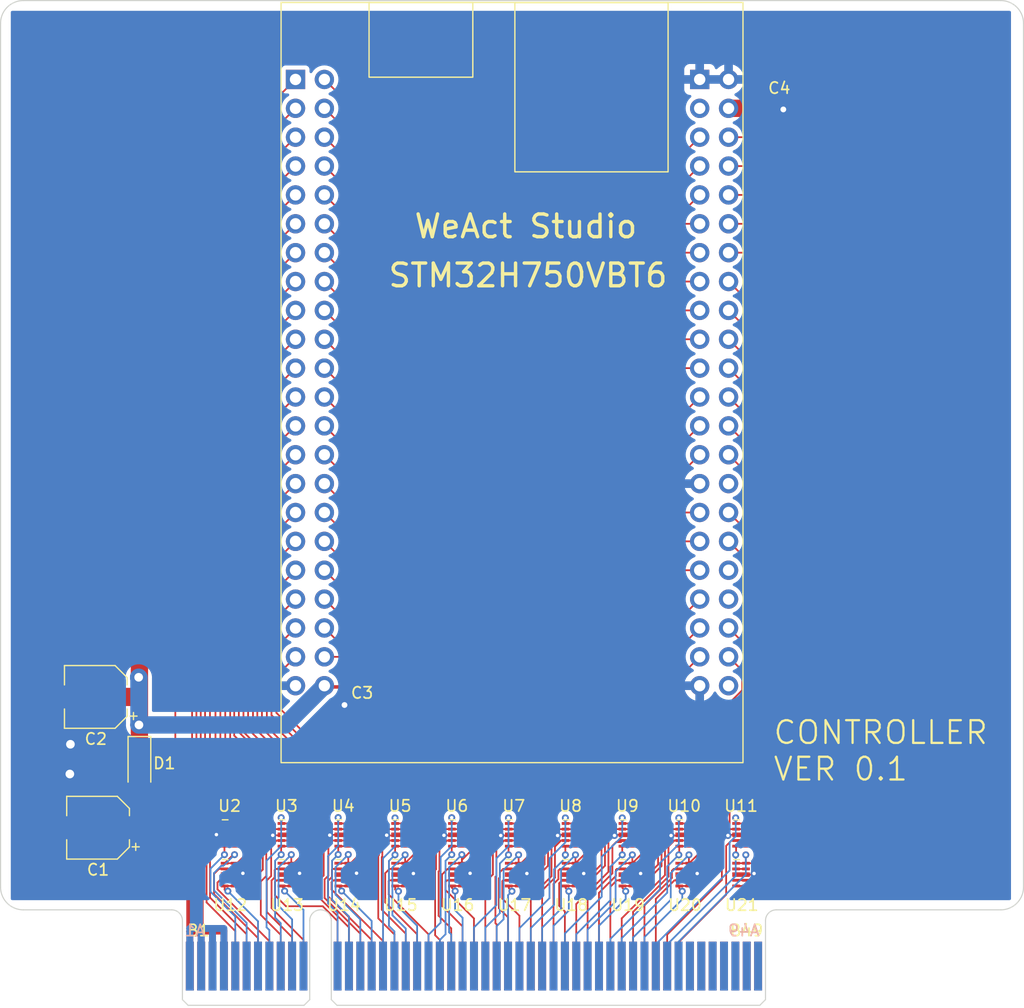
<source format=kicad_pcb>
(kicad_pcb (version 20221018) (generator pcbnew)
  (layers (0 "F.Cu" signal) (31 "B.Cu" signal) (34 "B.Paste" user) (35 "F.Paste" user) (36 "B.SilkS" user "B.Silkscreen") (37 "F.SilkS" user "F.Silkscreen") (38 "B.Mask" user) (39 "F.Mask" user) (44 "Edge.Cuts" user))
  (net 0 "")
  (net 1 "GND")
  (net 2 "/PE3")
  (net 3 "/+5VBUS")
  (net 4 "/PB13")
  (net 5 "/PB12")
  (net 6 "/PB14")
  (net 7 "/PD9")
  (net 8 "/PE0")
  (net 9 "/PB8")
  (net 10 "/PB6")
  (net 11 "/PB4")
  (net 12 "/PE5")
  (net 14 "/PE1")
  (net 15 "/PB9")
  (net 16 "/PB7")
  (net 17 "/PB5")
  (net 18 "/PB3")
  (net 20 "/PC1")
  (net 21 "/PC3")
  (net 22 "/PA1")
  (net 23 "/PA3")
  (net 24 "/PA5")
  (net 25 "/PA7")
  (net 26 "/PC5")
  (net 27 "/PB1")
  (net 28 "/PE7")
  (net 29 "/PE9")
  (net 30 "/PE11")
  (net 31 "/PE13")
  (net 32 "/PB11")
  (net 33 "/PD8")
  (net 34 "/PD11")
  (net 35 "/PD10")
  (net 36 "/PD13")
  (net 37 "/PD12")
  (net 38 "/PD15")
  (net 39 "/PD14")
  (net 40 "/PC7")
  (net 41 "/PC6")
  (net 42 "/PC9")
  (net 43 "/PC8")
  (net 44 "/PA9")
  (net 45 "/PA8")
  (net 46 "/PA11")
  (net 47 "/PB15")
  (net 48 "/PE12")
  (net 49 "/PE14")
  (net 50 "/PB10")
  (net 51 "/PA10")
  (net 52 "/PA15")
  (net 53 "/PA12")
  (net 54 "/PC10")
  (net 55 "/PC11")
  (net 56 "/PC12")
  (net 57 "/PD0")
  (net 58 "/PD1")
  (net 59 "/PD4")
  (net 60 "/PD3")
  (net 61 "/PD6")
  (net 62 "/PD5")
  (net 63 "/PD7")
  (net 64 "/PE10")
  (net 65 "/PE8")
  (net 66 "/PB2")
  (net 67 "/PB0")
  (net 68 "/PC4")
  (net 69 "/PA6")
  (net 70 "/PA4")
  (net 71 "/PA2")
  (net 72 "/PA0")
  (net 74 "/PC2")
  (net 75 "/PC0")
  (net 76 "/PC13")
  (net 78 "/PE6")
  (net 80 "/PE4")
  (net 81 "/PE2")
  (net 82 "/PE15")
  (net 83 "/PD2")
  (net 92 "unconnected-(U21-D2-Pad2)")
  (net 93 "unconnected-(U21-D3-Pad4)")
  (net 94 "unconnected-(U21-D4-Pad5)")
  (net 98 "/+5V")
  (footprint "controller:Diodes_UDFN-10_1.0x2.5mm_P0.5mm" (layer "F.Cu") (at 82 48.5)
    (fp_text reference "U16")
    (fp_text value "ESD5344D")
  )
  (footprint "controller:Diodes_UDFN-10_1.0x2.5mm_P0.5mm" (layer "F.Cu") (at 92 45)
    (fp_text reference "U8")
    (fp_text value "ESD5344D")
  )
  (footprint "controller:Diodes_UDFN-10_1.0x2.5mm_P0.5mm" (layer "F.Cu") (at 62 45)
    (fp_text reference "U2")
    (fp_text value "ESD5344D")
  )
  (footprint "Capacitor_SMD:C_0201_0603Metric" (layer "F.Cu") (at 109.347 -18.8214)
    (fp_text reference "C4")
    (fp_text value "1uf")
  )
  (footprint "controller:Diodes_UDFN-10_1.0x2.5mm_P0.5mm" (layer "F.Cu") (at 67 48.5)
    (fp_text reference "U13")
    (fp_text value "ESD5344D")
  )
  (footprint "controller:Diodes_UDFN-10_1.0x2.5mm_P0.5mm" (layer "F.Cu") (at 72 48.5)
    (fp_text reference "U14")
    (fp_text value "ESD5344D")
  )
  (footprint "controller:weact_stm32fh750" (layer "F.Cu") (at 86.85 5.21)
    (fp_text reference "U1" hide)
    (fp_text value "WeAct_STM32H750_Module")
  )
  (footprint "controller:Diodes_UDFN-10_1.0x2.5mm_P0.5mm" (layer "F.Cu") (at 77 45)
    (fp_text reference "U5")
    (fp_text value "ESD5344D")
  )
  (footprint "controller:Diodes_UDFN-10_1.0x2.5mm_P0.5mm" (layer "F.Cu") (at 87 48.5)
    (fp_text reference "U17")
    (fp_text value "ESD5344D")
  )
  (footprint "controller:Diodes_UDFN-10_1.0x2.5mm_P0.5mm" (layer "F.Cu") (at 77 48.5)
    (fp_text reference "U15")
    (fp_text value "ESD5344D")
  )
  (footprint "controller:pcie_98_edge" (layer "F.Cu") (at 70 60)
    (fp_text reference "J1" hide)
    (fp_text value "pcie_98")
    (fp_line (start -12.15 -7.45) (end -12.15 -0.5) (stroke (width 0.1)) (layer "Edge.Cuts"))
    (fp_line (start -12.15 -0.5) (end -11.65 0) (stroke (width 0.1)) (layer "Edge.Cuts"))
    (fp_line (start -11.65 0) (end -1.45 0) (stroke (width 0.1)) (layer "Edge.Cuts"))
    (fp_line (start -0.95 -7.45) (end -0.95 -0.5) (stroke (width 0.1)) (layer "Edge.Cuts"))
    (fp_line (start -0.95 -0.5) (end -1.45 0) (stroke (width 0.1)) (layer "Edge.Cuts"))
    (fp_line (start 0.95 -7.45) (end 0.95 -0.5) (stroke (width 0.1)) (layer "Edge.Cuts"))
    (fp_line (start 0.95 -0.5) (end 1.45 0) (stroke (width 0.1)) (layer "Edge.Cuts"))
    (fp_line (start 1.45 0) (end 38.65 0) (stroke (width 0.1)) (layer "Edge.Cuts"))
    (fp_line (start 39.15 -7.45) (end 39.15 -0.5) (stroke (width 0.1)) (layer "Edge.Cuts"))
    (fp_line (start 39.15 -0.5) (end 38.65 0) (stroke (width 0.1)) (layer "Edge.Cuts"))
    (fp_arc (start -13.1 -8.4) (mid -12.428248 -8.121752) (end -12.15 -7.45) (stroke (width 0.1)) (layer "Edge.Cuts"))
    (fp_arc (start -0.95 -7.45) (mid 0 -8.4) (end 0.95 -7.45) (stroke (width 0.1)) (layer "Edge.Cuts"))
    (fp_arc (start 39.15 -7.45) (mid 39.428249 -8.121751) (end 40.1 -8.4) (stroke (width 0.1)) (layer "Edge.Cuts"))
  )
  (footprint "Diode_SMD:D_SOD-123" (layer "F.Cu") (at 54.0668 38.7096 -90)
    (fp_text reference "D1")
    (fp_text value "B5819W SL")
  )
  (footprint "controller:Diodes_UDFN-10_1.0x2.5mm_P0.5mm" (layer "F.Cu") (at 82 45)
    (fp_text reference "U6")
    (fp_text value "ESD5344D")
  )
  (footprint "Capacitor_SMD:CP_Elec_5x5.4" (layer "F.Cu") (at 50.4288 44.3738 180)
    (fp_text reference "C1")
    (fp_text value "100uf")
  )
  (footprint "controller:Diodes_UDFN-10_1.0x2.5mm_P0.5mm" (layer "F.Cu") (at 92 48.5)
    (fp_text reference "U18")
    (fp_text value "ESD5344D")
  )
  (footprint "controller:Diodes_UDFN-10_1.0x2.5mm_P0.5mm" (layer "F.Cu") (at 97 45)
    (fp_text reference "U9")
    (fp_text value "ESD5344D")
  )
  (footprint "controller:Diodes_UDFN-10_1.0x2.5mm_P0.5mm" (layer "F.Cu") (at 87 45)
    (fp_text reference "U7")
    (fp_text value "ESD5344D")
  )
  (footprint "controller:Diodes_UDFN-10_1.0x2.5mm_P0.5mm" (layer "F.Cu") (at 107 48.5)
    (fp_text reference "U21")
    (fp_text value "ESD5344D")
  )
  (footprint "Capacitor_SMD:CP_Elec_5x5.4" (layer "F.Cu") (at 50.2314 32.8676 180)
    (fp_text reference "C2")
    (fp_text value "100uf")
  )
  (footprint "controller:Diodes_UDFN-10_1.0x2.5mm_P0.5mm" (layer "F.Cu") (at 102 45)
    (fp_text reference "U10")
    (fp_text value "ESD5344D")
  )
  (footprint "controller:Diodes_UDFN-10_1.0x2.5mm_P0.5mm" (layer "F.Cu") (at 107 45)
    (fp_text reference "U11")
    (fp_text value "ESD5344D")
  )
  (footprint "controller:Diodes_UDFN-10_1.0x2.5mm_P0.5mm" (layer "F.Cu") (at 62 48.5)
    (fp_text reference "U12")
    (fp_text value "ESD5344D")
  )
  (footprint "controller:Diodes_UDFN-10_1.0x2.5mm_P0.5mm" (layer "F.Cu") (at 102 48.5)
    (fp_text reference "U20")
    (fp_text value "ESD5344D")
  )
  (footprint "controller:Diodes_UDFN-10_1.0x2.5mm_P0.5mm" (layer "F.Cu") (at 72 45)
    (fp_text reference "U4")
    (fp_text value "ESD5344D")
  )
  (footprint "Capacitor_SMD:C_0201_0603Metric" (layer "F.Cu") (at 72.1106 32.3088 -90)
    (fp_text reference "C3")
    (fp_text value "1uf")
  )
  (footprint "controller:Diodes_UDFN-10_1.0x2.5mm_P0.5mm" (layer "F.Cu") (at 97 48.5)
    (fp_text reference "U19")
    (fp_text value "ESD5344D")
  )
  (footprint "controller:Diodes_UDFN-10_1.0x2.5mm_P0.5mm" (layer "F.Cu") (at 67 45)
    (fp_text reference "U3")
    (fp_text value "ESD5344D")
  )
  (gr_arc (start 131.85 49.6) (mid 131.264214 51.014214) (end 129.85 51.6) (stroke (width 0.1)) (layer "Edge.Cuts"))
  (gr_arc (start 43.85 51.6) (mid 42.435786 51.014214) (end 41.85 49.6) (stroke (width 0.1)) (layer "Edge.Cuts"))
  (gr_line locked (start 129.85 -28.4) (end 43.85 -28.4) (stroke (width 0.1)) (layer "Edge.Cuts"))
  (gr_line locked (start 43.85 51.6) (end 56.9 51.6) (stroke (width 0.1)) (layer "Edge.Cuts"))
  (gr_line locked (start 110.1 51.6) (end 129.85 51.6) (stroke (width 0.1)) (layer "Edge.Cuts"))
  (gr_line locked (start 41.85 -26.4) (end 41.85 49.6) (stroke (width 0.1)) (layer "Edge.Cuts"))
  (gr_arc (start 41.85 -26.4) (mid 42.435786 -27.814214) (end 43.85 -28.4) (stroke (width 0.1)) (layer "Edge.Cuts"))
  (gr_line locked (start 131.85 49.6) (end 131.85 -26.4) (stroke (width 0.1)) (layer "Edge.Cuts"))
  (gr_arc (start 129.85 -28.4) (mid 131.264214 -27.814214) (end 131.85 -26.4) (stroke (width 0.1)) (layer "Edge.Cuts"))
  (gr_text "WeAct Studio" (at 78.105 -7.366) (layer "F.SilkS") (effects (font (size 2 2) (thickness 0.3)) (justify left bottom)))
  (gr_text "STM32H750VBT6" (at 75.819 -3.048) (layer "F.SilkS") (effects (font (size 2 2) (thickness 0.3)) (justify left bottom)))
  (gr_text "CONTROLLER\nVER 0.1" (at 109.728 40.386) (layer "F.SilkS") (effects (font (size 2 2) (thickness 0.2)) (justify left bottom)))
  (segment (start 67 48.5) (end 68.042485 48.5) (width 0.1524) (layer "F.Cu") (net 1))
  (segment (start 100.840802 45.059332) (end 101.940668 45.059332) (width 0.1524) (layer "F.Cu") (net 1))
  (segment (start 77 48.5) (end 78.075485 48.5) (width 0.1524) (layer "F.Cu") (net 1))
  (segment (start 98.065285 48.5) (end 98.162867 48.402418) (width 0.1524) (layer "F.Cu") (net 1))
  (segment (start 82 48.5) (end 83.0466 48.5) (width 0.1524) (layer "F.Cu") (net 1))
  (segment (start 73.046285 48.5) (end 73.169267 48.377018) (width 0.1524) (layer "F.Cu") (net 1))
  (segment (start 107 45) (end 105.903934 45) (width 0.1524) (layer "F.Cu") (net 1))
  (segment (start 108.047485 48.5) (end 108.143603 48.403882) (width 0.1524) (layer "F.Cu") (net 1))
  (segment (start 97 45) (end 95.921734 45) (width 0.1524) (layer "F.Cu") (net 1))
  (segment (start 90.917934 45) (end 90.858602 45.059332) (width 0.1524) (layer "F.Cu") (net 1))
  (segment (start 72 45) (end 70.845663 45) (width 0.1524) (layer "F.Cu") (net 1))
  (segment (start 86.942132 45.057868) (end 87 45) (width 0.1524) (layer "F.Cu") (net 1))
  (segment (start 97 48.5) (end 98.065285 48.5) (width 0.1524) (layer "F.Cu") (net 1))
  (segment (start 63.1207 48.5) (end 63.1227 48.498) (width 0.1524) (layer "F.Cu") (net 1))
  (segment (start 65.799413 45.04245) (end 66.95755 45.04245) (width 0.1524) (layer "F.Cu") (net 1))
  (segment (start 78.075485 48.5) (end 78.171603 48.403882) (width 0.1524) (layer "F.Cu") (net 1))
  (segment (start 70.845663 45) (end 70.813195 45.032468) (width 0.1524) (layer "F.Cu") (net 1))
  (segment (start 103.043685 48.5) (end 103.139803 48.403882) (width 0.1524) (layer "F.Cu") (net 1))
  (segment (start 48.0314 37.0684) (end 48.0314 44.2116) (width 1.143) (layer "F.Cu") (net 1))
  (segment (start 48.0314 36.998) (end 47.9962 37.0332) (width 1.143) (layer "F.Cu") (net 1))
  (segment (start 101.940668 45.059332) (end 102 45) (width 0.1524) (layer "F.Cu") (net 1))
  (segment (start 62 48.5) (end 63.1207 48.5) (width 0.1524) (layer "F.Cu") (net 1))
  (segment (start 102 48.5) (end 103.043685 48.5) (width 0.1524) (layer "F.Cu") (net 1))
  (segment (start 109.667 -18.8214) (end 110.7186 -18.8214) (width 0.3048) (layer "F.Cu") (net 1))
  (segment (start 72 48.5) (end 73.046285 48.5) (width 0.1524) (layer "F.Cu") (net 1))
  (segment (start 68.042485 48.5) (end 68.155485 48.387) (width 0.1524) (layer "F.Cu") (net 1))
  (segment (start 66.95755 45.04245) (end 67 45) (width 0.1524) (layer "F.Cu") (net 1))
  (segment (start 76.940668 45.059332) (end 77 45) (width 0.1524) (layer "F.Cu") (net 1))
  (segment (start 83.0466 48.5) (end 83.1596 48.387) (width 0.1524) (layer "F.Cu") (net 1))
  (segment (start 93.061485 48.5) (end 93.157603 48.403882) (width 0.1524) (layer "F.Cu") (net 1))
  (segment (start 92 45) (end 90.917934 45) (width 0.1524) (layer "F.Cu") (net 1))
  (segment (start 48.0314 32.8676) (end 48.0314 36.998) (width 1.143) (layer "F.Cu") (net 1))
  (segment (start 107 48.5) (end 108.047485 48.5) (width 0.1524) (layer "F.Cu") (net 1))
  (segment (start 92 48.5) (end 93.061485 48.5) (width 0.1524) (layer "F.Cu") (net 1))
  (segment (start 105.903934 45) (end 105.844602 45.059332) (width 0.1524) (layer "F.Cu") (net 1))
  (segment (start 80.860599 45.04245) (end 81.95755 45.04245) (width 0.1524) (layer "F.Cu") (net 1))
  (segment (start 75.872602 45.059332) (end 76.940668 45.059332) (width 0.1524) (layer "F.Cu") (net 1))
  (segment (start 72.1106 32.6288) (end 72.1106 33.5788) (width 0.3048) (layer "F.Cu") (net 1))
  (segment (start 95.921734 45) (end 95.863866 45.057868) (width 0.1524) (layer "F.Cu") (net 1))
  (segment (start 88.057685 48.5) (end 88.155267 48.402418) (width 0.1524) (layer "F.Cu") (net 1))
  (segment (start 47.9962 37.0332) (end 48.0314 37.0684) (width 1.143) (layer "F.Cu") (net 1))
  (segment (start 81.95755 45.04245) (end 82 45) (width 0.1524) (layer "F.Cu") (net 1))
  (segment (start 48.0314 44.2116) (end 48.1174 44.2976) (width 1.143) (layer "F.Cu") (net 1))
  (segment (start 85.856266 45.057868) (end 86.942132 45.057868) (width 0.1524) (layer "F.Cu") (net 1))
  (segment (start 60.858193 45) (end 60.839693 44.9815) (width 0.1524) (layer "F.Cu") (net 1))
  (segment (start 87 48.5) (end 88.057685 48.5) (width 0.1524) (layer "F.Cu") (net 1))
  (segment (start 62 45) (end 60.858193 45) (width 0.1524) (layer "F.Cu") (net 1))
  (via locked (at 105.844602 45.059332) (size 0.6096) (drill 0.3048) (layers "F.Cu" "B.Cu") (net 1))
  (via locked (at 63.1698 48.387) (size 0.6096) (drill 0.3048) (layers "F.Cu" "B.Cu") (net 1))
  (via locked (at 103.139803 48.403882) (size 0.6096) (drill 0.3048) (layers "F.Cu" "B.Cu") (net 1))
  (via locked (at 93.157603 48.403882) (size 0.6096) (drill 0.3048) (layers "F.Cu" "B.Cu") (net 1))
  (via locked (at 88.155267 48.402418) (size 0.6096) (drill 0.3048) (layers "F.Cu" "B.Cu") (net 1))
  (via locked (at 78.171603 48.403882) (size 0.6096) (drill 0.3048) (layers "F.Cu" "B.Cu") (net 1))
  (via (at 47.9454 39.6494) (size 1.524) (drill 0.762) (layers "F.Cu" "B.Cu") (net 1))
  (via locked (at 68.155485 48.387) (size 0.6096) (drill 0.3048) (layers "F.Cu" "B.Cu") (net 1))
  (via locked (at 73.169267 48.377018) (size 0.6096) (drill 0.3048) (layers "F.Cu" "B.Cu") (net 1))
  (via locked (at 80.860599 45.04245) (size 0.6096) (drill 0.3048) (layers "F.Cu" "B.Cu") (net 1))
  (via locked (at 70.813195 45.032468) (size 0.6096) (drill 0.3048) (layers "F.Cu" "B.Cu") (net 1))
  (via locked (at 90.858602 45.059332) (size 0.6096) (drill 0.3048) (layers "F.Cu" "B.Cu") (net 1))
  (via locked (at 98.162867 48.402418) (size 0.6096) (drill 0.3048) (layers "F.Cu" "B.Cu") (net 1))
  (via locked (at 108.143603 48.403882) (size 0.6096) (drill 0.3048) (layers "F.Cu" "B.Cu") (net 1))
  (via locked (at 100.840802 45.059332) (size 0.6096) (drill 0.3048) (layers "F.Cu" "B.Cu") (net 1))
  (via (at 110.7186 -18.8214) (size 1.016) (drill 0.508) (layers "F.Cu" "B.Cu") (net 1))
  (via locked (at 85.856266 45.057868) (size 0.6096) (drill 0.3048) (layers "F.Cu" "B.Cu") (net 1))
  (via (at 47.9962 37.0332) (size 1.524) (drill 0.762) (layers "F.Cu" "B.Cu") (net 1))
  (via locked (at 83.1596 48.387) (size 0.6096) (drill 0.3048) (layers "F.Cu" "B.Cu") (net 1))
  (via (at 60.839693 44.9815) (size 0.6096) (drill 0.3048) (layers "F.Cu" "B.Cu") (net 1))
  (via locked (at 65.799413 45.04245) (size 0.6096) (drill 0.3048) (layers "F.Cu" "B.Cu") (net 1))
  (via locked (at 95.863866 45.057868) (size 0.6096) (drill 0.3048) (layers "F.Cu" "B.Cu") (net 1))
  (via (at 72.1106 33.5788) (size 1.016) (drill 0.508) (layers "F.Cu" "B.Cu") (net 1))
  (via locked (at 75.819 45.0342) (size 0.6096) (drill 0.3048) (layers "F.Cu" "B.Cu") (net 1))
  (segment (start 58.5 56.55) (end 58.5 53.2422) (width 0.6096) (layer "B.Cu") (net 1))
  (segment (start 60.5 56.55) (end 60.5 53.2666) (width 0.6096) (layer "B.Cu") (net 1))
  (segment (start 61.5 53.2384) (end 61.5 56.55) (width 0.6096) (layer "B.Cu") (net 1))
  (segment (start 60.5282 53.2384) (end 61.3918 53.2384) (width 0.6096) (layer "B.Cu") (net 1))
  (segment (start 59.5 56.55) (end 59.5 53.2506) (width 0.6096) (layer "B.Cu") (net 1))
  (segment (start 59.5122 53.2384) (end 60.5282 53.2384) (width 0.6096) (layer "B.Cu") (net 1))
  (segment (start 59.5 53.2506) (end 59.5122 53.2384) (width 0.6096) (layer "B.Cu") (net 1))
  (segment (start 60.5 53.2666) (end 60.5282 53.2384) (width 0.6096) (layer "B.Cu") (net 1))
  (segment (start 58.4962 53.2384) (end 59.5122 53.2384) (width 0.6096) (layer "B.Cu") (net 1))
  (segment (start 59.0804 52.906) (end 59.0804 49.456) (width 1.143) (layer "B.Cu") (net 1))
  (segment (start 97.796 48) (end 99.394499 46.401501) (width 0.1524) (layer "F.Cu") (net 2))
  (segment (start 107.102081 30.542081) (end 105.9 29.34) (width 0.1524) (layer "F.Cu") (net 2))
  (segment (start 107.102081 32.270627) (end 107.102081 30.542081) (width 0.1524) (layer "F.Cu") (net 2))
  (segment (start 97.4375 48) (end 97.796 48) (width 0.1524) (layer "F.Cu") (net 2))
  (segment (start 96.0726 48) (end 95.985602 48.086998) (width 0.1524) (layer "F.Cu") (net 2))
  (segment (start 99.394499 39.978209) (end 107.102081 32.270627) (width 0.1524) (layer "F.Cu") (net 2))
  (segment (start 94.5 50.100746) (end 94.5 56.55) (width 0.1524) (layer "F.Cu") (net 2))
  (segment (start 99.394499 46.401501) (end 99.394499 39.978209) (width 0.1524) (layer "F.Cu") (net 2))
  (segment (start 96.5625 48) (end 96.0726 48) (width 0.1524) (layer "F.Cu") (net 2))
  (segment (start 95.985602 48.615144) (end 94.5 50.100746) (width 0.1524) (layer "F.Cu") (net 2))
  (segment (start 95.985602 48.086998) (end 95.985602 48.615144) (width 0.1524) (layer "F.Cu") (net 2))
  (segment (start 96.5625 48) (end 97.4375 48) (width 0.1524) (layer "F.Cu") (net 2))
  (segment (start 61.5625 44) (end 59.2908 44) (width 0.2286) (layer "F.Cu") (net 3))
  (segment (start 54.0668 40.3596) (end 54.0668 44.409) (width 1.524) (layer "F.Cu") (net 3))
  (segment (start 61.5 56.55) (end 61.5 53.4736) (width 0.6096) (layer "F.Cu") (net 3))
  (segment (start 60.5 56.55) (end 60.5 53.4698) (width 0.6096) (layer "F.Cu") (net 3))
  (segment (start 61.5 53.4736) (end 61.4934 53.467) (width 0.6096) (layer "F.Cu") (net 3))
  (segment (start 59.5 56.55) (end 59.5 53.4792) (width 0.6096) (layer "F.Cu") (net 3))
  (segment (start 58.5 56.55) (end 58.5 53.4962) (width 0.6096) (layer "F.Cu") (net 3))
  (segment (start 54.2798 44.196) (end 54.0668 44.409) (width 1.524) (layer "F.Cu") (net 3))
  (segment (start 58.5 53.4962) (end 58.4962 53.4924) (width 0.6096) (layer "F.Cu") (net 3))
  (segment (start 58.4962 53.4924) (end 58.5216 53.467) (width 0.6096) (layer "F.Cu") (net 3))
  (segment (start 58.9534 44.196) (end 54.2798 44.196) (width 1.524) (layer "F.Cu") (net 3))
  (segment (start 58.5216 53.467) (end 61.4934 53.467) (width 0.6096) (layer "F.Cu") (net 3))
  (segment (start 60.5 53.4698) (end 60.5028 53.467) (width 0.6096) (layer "F.Cu") (net 3))
  (segment (start 61.5625 44) (end 62.4375 44) (width 0.2286) (layer "F.Cu") (net 3))
  (segment (start 58.9534 44.196) (end 58.9534 53.1876) (width 1.524) (layer "F.Cu") (net 3))
  (segment (start 62.5 56.55) (end 62.5 53.4703) (width 0.1524) (layer "F.Cu") (net 4))
  (segment (start 63.0036 43.7504) (end 57.2262 37.973) (width 0.1524) (layer "F.Cu") (net 4))
  (segment (start 62.4375 44.5) (end 62.8572 44.5) (width 0.1524) (layer "F.Cu") (net 4))
  (segment (start 61.5625 44.5) (end 62.1327 44.5) (width 0.1524) (layer "F.Cu") (net 4))
  (segment (start 62.5 53.4703) (end 59.974098 50.944398) (width 0.1524) (layer "F.Cu") (net 4))
  (segment (start 60.618958 44.4486) (end 61.5111 44.4486) (width 0.1524) (layer "F.Cu") (net 4))
  (segment (start 59.974098 45.09346) (end 60.618958 44.4486) (width 0.1524) (layer "F.Cu") (net 4))
  (segment (start 59.974098 50.944398) (end 59.974098 45.09346) (width 0.1524) (layer "F.Cu") (net 4))
  (segment (start 57.2262 -10.8862) (end 67.8 -21.46) (width 0.1524) (layer "F.Cu") (net 4))
  (segment (start 57.2262 37.973) (end 57.2262 -10.8862) (width 0.1524) (layer "F.Cu") (net 4))
  (segment (start 62.8572 44.5) (end 63.0036 44.3536) (width 0.1524) (layer "F.Cu") (net 4))
  (segment (start 61.5111 44.4486) (end 61.5625 44.5) (width 0.1524) (layer "F.Cu") (net 4))
  (segment (start 63.0036 44.3536) (end 63.0036 43.7504) (width 0.1524) (layer "F.Cu") (net 4))
  (segment (start 85.387798 52.774198) (end 85.5 52.8864) (width 0.1524) (layer "F.Cu") (net 5))
  (segment (start 88.4428 44.990106) (end 88.4428 -3.3572) (width 0.1524) (layer "F.Cu") (net 5))
  (segment (start 85.470501 48.614645) (end 85.387798 48.697349) (width 0.1524) (layer "F.Cu") (net 5))
  (segment (start 87.932906 45.5) (end 88.4428 44.990106) (width 0.1524) (layer "F.Cu") (net 5))
  (segment (start 85.387798 48.697349) (end 85.387798 52.774198) (width 0.1524) (layer "F.Cu") (net 5))
  (segment (start 88.4428 -3.3572) (end 70.34 -21.46) (width 0.1524) (layer "F.Cu") (net 5))
  (segment (start 85.470501 46.195099) (end 85.470501 48.614645) (width 0.1524) (layer "F.Cu") (net 5))
  (segment (start 86.5625 45.5) (end 87.4375 45.5) (width 0.1524) (layer "F.Cu") (net 5))
  (segment (start 86.1656 45.5) (end 85.470501 46.195099) (width 0.1524) (layer "F.Cu") (net 5))
  (segment (start 85.5 52.8864) (end 85.5 56.55) (width 0.1524) (layer "F.Cu") (net 5))
  (segment (start 87.4375 45.5) (end 87.932906 45.5) (width 0.1524) (layer "F.Cu") (net 5))
  (segment (start 86.5625 45.5) (end 86.1656 45.5) (width 0.1524) (layer "F.Cu") (net 5))
  (segment (start 86.5625 44.5) (end 85.659792 44.5) (width 0.1524) (layer "F.Cu") (net 6))
  (segment (start 85.1662 44.993592) (end 85.1662 48.4886) (width 0.1524) (layer "F.Cu") (net 6))
  (segment (start 86.5625 44.5) (end 87.4375 44.5) (width 0.1524) (layer "F.Cu") (net 6))
  (segment (start 87.9356 44.5) (end 88.0872 44.3484) (width 0.1524) (layer "F.Cu") (net 6))
  (segment (start 88.0872 -1.1728) (end 70.34 -18.92) (width 0.1524) (layer "F.Cu") (net 6))
  (segment (start 85.1662 48.4886) (end 84.5 49.1548) (width 0.1524) (layer "F.Cu") (net 6))
  (segment (start 87.4375 44.5) (end 87.9356 44.5) (width 0.1524) (layer "F.Cu") (net 6))
  (segment (start 84.5 49.1548) (end 84.5 56.55) (width 0.1524) (layer "F.Cu") (net 6))
  (segment (start 85.659792 44.5) (end 85.1662 44.993592) (width 0.1524) (layer "F.Cu") (net 6))
  (segment (start 88.0872 44.3484) (end 88.0872 -1.1728) (width 0.1524) (layer "F.Cu") (net 6))
  (segment (start 62.4375 46) (end 63.3216 46) (width 0.1524) (layer "F.Cu") (net 7))
  (segment (start 59.0804 -7.6604) (end 67.8 -16.38) (width 0.1524) (layer "F.Cu") (net 7))
  (segment (start 63.612701 45.708899) (end 63.612701 42.987901) (width 0.1524) (layer "F.Cu") (net 7))
  (segment (start 62.4375 46) (end 61.5625 46) (width 0.1524) (layer "F.Cu") (net 7))
  (segment (start 63.3216 46) (end 63.612701 45.708899) (width 0.1524) (layer "F.Cu") (net 7))
  (segment (start 59.0804 38.4556) (end 59.0804 -7.6604) (width 0.1524) (layer "F.Cu") (net 7))
  (segment (start 61.5479 46.0146) (end 61.5625 46) (width 0.1524) (layer "F.Cu") (net 7))
  (segment (start 63.612701 42.987901) (end 59.0804 38.4556) (width 0.1524) (layer "F.Cu") (net 7))
  (segment (start 61.5479 46.7454) (end 61.5479 46.0146) (width 0.1524) (layer "F.Cu") (net 7))
  (via locked (at 61.5479 46.7454) (size 0.6096) (drill 0.3048) (layers "F.Cu" "B.Cu") (net 7))
  (segment (start 62.5 56.55) (end 62.5 52.186146) (width 0.1524) (layer "B.Cu") (net 7))
  (segment (start 60.325499 50.011645) (end 60.325499 47.967801) (width 0.1524) (layer "B.Cu") (net 7))
  (segment (start 60.325499 47.967801) (end 61.5479 46.7454) (width 0.1524) (layer "B.Cu") (net 7))
  (segment (start 62.5 52.186146) (end 60.325499 50.011645) (width 0.1524) (layer "B.Cu") (net 7))
  (segment (start 74.525107 32.081707) (end 71.7834 29.34) (width 0.1524) (layer "F.Cu") (net 8))
  (segment (start 70.9676 49.1752) (end 70.9676 49.8094) (width 0.1524) (layer "F.Cu") (net 8))
  (segment (start 71.7834 29.34) (end 70.34 29.34) (width 0.1524) (layer "F.Cu") (net 8))
  (segment (start 74.473299 46.660755) (end 74.473299 46.584555) (width 0.1524) (layer "F.Cu") (net 8))
  (segment (start 74.422499 46.711555) (end 74.473299 46.660755) (width 0.1524) (layer "F.Cu") (net 8))
  (segment (start 71.5625 49) (end 72.4375 49) (width 0.1524) (layer "F.Cu") (net 8))
  (segment (start 75.5 54.3418) (end 75.5 56.55) (width 0.1524) (layer "F.Cu") (net 8))
  (segment (start 74.525107 46.532746) (end 74.525107 32.081707) (width 0.1524) (layer "F.Cu") (net 8))
  (segment (start 70.9676 49.8094) (end 75.5 54.3418) (width 0.1524) (layer "F.Cu") (net 8))
  (segment (start 74.473299 46.584555) (end 74.525107 46.532746) (width 0.1524) (layer "F.Cu") (net 8))
  (segment (start 73.300627 49) (end 74.422499 47.878128) (width 0.1524) (layer "F.Cu") (net 8))
  (segment (start 71.1428 49) (end 70.9676 49.1752) (width 0.1524) (layer "F.Cu") (net 8))
  (segment (start 72.4375 49) (end 73.300627 49) (width 0.1524) (layer "F.Cu") (net 8))
  (segment (start 74.422499 47.878128) (end 74.422499 46.711555) (width 0.1524) (layer "F.Cu") (net 8))
  (segment (start 71.5625 49) (end 71.1428 49) (width 0.1524) (layer "F.Cu") (net 8))
  (segment (start 72.4375 49.5) (end 73.230973 49.5) (width 0.1524) (layer "F.Cu") (net 9))
  (segment (start 74.829907 31.289907) (end 70.34 26.8) (width 0.1524) (layer "F.Cu") (net 9))
  (segment (start 74.7776 46.7106) (end 74.829907 46.658293) (width 0.1524) (layer "F.Cu") (net 9))
  (segment (start 71.8566 49.7941) (end 71.5625 49.5) (width 0.1524) (layer "F.Cu") (net 9))
  (segment (start 71.8566 49.9364) (end 71.8566 49.7941) (width 0.1524) (layer "F.Cu") (net 9))
  (segment (start 74.7776 47.953373) (end 74.7776 46.7106) (width 0.1524) (layer "F.Cu") (net 9))
  (segment (start 73.230973 49.5) (end 74.7776 47.953373) (width 0.1524) (layer "F.Cu") (net 9))
  (segment (start 74.829907 46.658293) (end 74.829907 31.289907) (width 0.1524) (layer "F.Cu") (net 9))
  (segment (start 71.5625 49.5) (end 72.4375 49.5) (width 0.1524) (layer "F.Cu") (net 9))
  (via locked (at 71.8566 49.9364) (size 0.6096) (drill 0.3048) (layers "F.Cu" "B.Cu") (net 9))
  (segment (start 71.8566 49.9364) (end 74.5 52.5798) (width 0.1524) (layer "B.Cu") (net 9))
  (segment (start 74.5 52.5798) (end 74.5 56.55) (width 0.1524) (layer "B.Cu") (net 9))
  (segment (start 76.5556 43.9931) (end 76.5625 44) (width 0.1524) (layer "F.Cu") (net 10))
  (segment (start 77.4375 31.3575) (end 70.34 24.26) (width 0.1524) (layer "F.Cu") (net 10))
  (segment (start 76.5556 43.5102) (end 76.5556 43.9931) (width 0.1524) (layer "F.Cu") (net 10))
  (segment (start 76.5625 44) (end 77.4375 44) (width 0.1524) (layer "F.Cu") (net 10))
  (segment (start 77.4375 44) (end 77.4375 31.3575) (width 0.1524) (layer "F.Cu") (net 10))
  (via locked (at 76.5556 43.5102) (size 0.6096) (drill 0.3048) (layers "F.Cu" "B.Cu") (net 10))
  (segment (start 76.5556 46.007058) (end 75.5 47.062658) (width 0.1524) (layer "B.Cu") (net 10))
  (segment (start 76.5556 43.5102) (end 76.5556 46.007058) (width 0.1524) (layer "B.Cu") (net 10))
  (segment (start 75.5 47.062658) (end 75.5 56.55) (width 0.1524) (layer "B.Cu") (net 10))
  (segment (start 75.134208 44.96465) (end 75.134208 46.784339) (width 0.1524) (layer "F.Cu") (net 11))
  (segment (start 78.0036 43.6464) (end 77.777794 43.420594) (width 0.1524) (layer "F.Cu") (net 11))
  (segment (start 78.0036 44.3536) (end 78.0036 43.6464) (width 0.1524) (layer "F.Cu") (net 11))
  (segment (start 75.081901 46.836645) (end 75.081901 52.348901) (width 0.1524) (layer "F.Cu") (net 11))
  (segment (start 75.598858 44.5) (end 75.134208 44.96465) (width 0.1524) (layer "F.Cu") (net 11))
  (segment (start 76.5625 44.5) (end 75.598858 44.5) (width 0.1524) (layer "F.Cu") (net 11))
  (segment (start 77.8572 44.5) (end 78.0036 44.3536) (width 0.1524) (layer "F.Cu") (net 11))
  (segment (start 75.081901 52.348901) (end 76.5 53.767) (width 0.1524) (layer "F.Cu") (net 11))
  (segment (start 77.4375 44.5) (end 77.8572 44.5) (width 0.1524) (layer "F.Cu") (net 11))
  (segment (start 75.134208 46.784339) (end 75.081901 46.836645) (width 0.1524) (layer "F.Cu") (net 11))
  (segment (start 77.777794 43.420594) (end 77.777794 29.157794) (width 0.1524) (layer "F.Cu") (net 11))
  (segment (start 77.777794 29.157794) (end 70.34 21.72) (width 0.1524) (layer "F.Cu") (net 11))
  (segment (start 76.5625 44.5) (end 77.4375 44.5) (width 0.1524) (layer "F.Cu") (net 11))
  (segment (start 76.5 53.767) (end 76.5 56.55) (width 0.1524) (layer "F.Cu") (net 11))
  (segment (start 107.7722 28.6722) (end 105.9 26.8) (width 0.1524) (layer "F.Cu") (net 12))
  (segment (start 96.0726 49) (end 95.5 49.5726) (width 0.1524) (layer "F.Cu") (net 12))
  (segment (start 99.6988 40.5854) (end 107.7722 32.512) (width 0.1524) (layer "F.Cu") (net 12))
  (segment (start 96.5625 49) (end 97.4375 49) (width 0.1524) (layer "F.Cu") (net 12))
  (segment (start 97.4375 49) (end 98.319627 49) (width 0.1524) (layer "F.Cu") (net 12))
  (segment (start 96.5625 49) (end 96.0726 49) (width 0.1524) (layer "F.Cu") (net 12))
  (segment (start 95.5 49.5726) (end 95.5 56.55) (width 0.1524) (layer "F.Cu") (net 12))
  (segment (start 107.7722 32.512) (end 107.7722 28.6722) (width 0.1524) (layer "F.Cu") (net 12))
  (segment (start 99.6988 47.620827) (end 99.6988 40.5854) (width 0.1524) (layer "F.Cu") (net 12))
  (segment (start 98.319627 49) (end 99.6988 47.620827) (width 0.1524) (layer "F.Cu") (net 12))
  (segment (start 74.118198 46.673745) (end 74.118198 46.509309) (width 0.1524) (layer "F.Cu") (net 14))
  (segment (start 74.220804 46.406703) (end 74.220804 41.683404) (width 0.1524) (layer "F.Cu") (net 14))
  (segment (start 71.0678 48) (end 70.9964 48.0714) (width 0.1524) (layer "F.Cu") (net 14))
  (segment (start 71.5625 48) (end 71.0678 48) (width 0.1524) (layer "F.Cu") (net 14))
  (segment (start 72.791943 48) (end 74.118198 46.673745) (width 0.1524) (layer "F.Cu") (net 14))
  (segment (start 70.663299 50.410899) (end 74.5 54.2476) (width 0.1524) (layer "F.Cu") (net 14))
  (segment (start 70.663299 49.049155) (end 70.663299 50.410899) (width 0.1524) (layer "F.Cu") (net 14))
  (segment (start 74.5 54.2476) (end 74.5 56.55) (width 0.1524) (layer "F.Cu") (net 14))
  (segment (start 70.9964 48.716053) (end 70.663299 49.049155) (width 0.1524) (layer "F.Cu") (net 14))
  (segment (start 71.5625 48) (end 72.4375 48) (width 0.1524) (layer "F.Cu") (net 14))
  (segment (start 66.4718 30.6682) (end 67.8 29.34) (width 0.1524) (layer "F.Cu") (net 14))
  (segment (start 70.9964 48.0714) (end 70.9964 48.716053) (width 0.1524) (layer "F.Cu") (net 14))
  (segment (start 66.4718 33.9344) (end 66.4718 30.6682) (width 0.1524) (layer "F.Cu") (net 14))
  (segment (start 72.4375 48) (end 72.791943 48) (width 0.1524) (layer "F.Cu") (net 14))
  (segment (start 74.220804 41.683404) (end 66.4718 33.9344) (width 0.1524) (layer "F.Cu") (net 14))
  (segment (start 74.118198 46.509309) (end 74.220804 46.406703) (width 0.1524) (layer "F.Cu") (net 14))
  (segment (start 72.442264 46.734536) (end 72.442264 47.495236) (width 0.1524) (layer "F.Cu") (net 15))
  (segment (start 73.916503 42.064903) (end 66.1162 34.2646) (width 0.1524) (layer "F.Cu") (net 15))
  (segment (start 72.4375 47.5) (end 72.65 47.5) (width 0.1524) (layer "F.Cu") (net 15))
  (segment (start 72.442264 47.495236) (end 72.4375 47.5) (width 0.1524) (layer "F.Cu") (net 15))
  (segment (start 73.916503 46.233497) (end 73.916503 42.064903) (width 0.1524) (layer "F.Cu") (net 15))
  (segment (start 72.65 47.5) (end 73.916503 46.233497) (width 0.1524) (layer "F.Cu") (net 15))
  (segment (start 71.5625 47.5) (end 72.4375 47.5) (width 0.1524) (layer "F.Cu") (net 15))
  (segment (start 66.1162 28.4838) (end 67.8 26.8) (width 0.1524) (layer "F.Cu") (net 15))
  (segment (start 66.1162 34.2646) (end 66.1162 28.4838) (width 0.1524) (layer "F.Cu") (net 15))
  (via locked (at 72.442264 46.734536) (size 0.6096) (drill 0.3048) (layers "F.Cu" "B.Cu") (net 15))
  (segment (start 71.3232 47.8536) (end 71.3232 50.2666) (width 0.1524) (layer "B.Cu") (net 15))
  (segment (start 73.5 52.4434) (end 73.5 56.55) (width 0.1524) (layer "B.Cu") (net 15))
  (segment (start 72.442264 46.734536) (end 71.3232 47.8536) (width 0.1524) (layer "B.Cu") (net 15))
  (segment (start 71.3232 50.2666) (end 73.5 52.4434) (width 0.1524) (layer "B.Cu") (net 15))
  (segment (start 73.612202 42.395602) (end 65.6844 34.4678) (width 0.1524) (layer "F.Cu") (net 16))
  (segment (start 71.5625 46) (end 72.4375 46) (width 0.1524) (layer "F.Cu") (net 16))
  (segment (start 72.4375 46) (end 72.9274 46) (width 0.1524) (layer "F.Cu") (net 16))
  (segment (start 65.6844 34.4678) (end 65.6844 26.3756) (width 0.1524) (layer "F.Cu") (net 16))
  (segment (start 71.5625 46.7253) (end 71.553264 46.734536) (width 0.1524) (layer "F.Cu") (net 16))
  (segment (start 65.6844 26.3756) (end 67.8 24.26) (width 0.1524) (layer "F.Cu") (net 16))
  (segment (start 71.5625 46) (end 71.5625 46.7253) (width 0.1524) (layer "F.Cu") (net 16))
  (segment (start 72.9274 46) (end 73.612202 45.315198) (width 0.1524) (layer "F.Cu") (net 16))
  (segment (start 73.612202 45.315198) (end 73.612202 42.395602) (width 0.1524) (layer "F.Cu") (net 16))
  (via locked (at 71.553264 46.734536) (size 0.6096) (drill 0.3048) (layers "F.Cu" "B.Cu") (net 16))
  (segment (start 72.5 52.18) (end 72.5 56.55) (width 0.1524) (layer "B.Cu") (net 16))
  (segment (start 71.553264 46.734536) (end 71.018899 47.268901) (width 0.1524) (layer "B.Cu") (net 16))
  (segment (start 71.018899 47.268901) (end 71.018899 50.698899) (width 0.1524) (layer "B.Cu") (net 16))
  (segment (start 71.018899 50.698899) (end 72.5 52.18) (width 0.1524) (layer "B.Cu") (net 16))
  (segment (start 71.5625 45.5) (end 71.0726 45.5) (width 0.1524) (layer "F.Cu") (net 17))
  (segment (start 70.358998 48.923109) (end 70.358998 50.553973) (width 0.1524) (layer "F.Cu") (net 17))
  (segment (start 70.358998 50.553973) (end 73.5 53.694975) (width 0.1524) (layer "F.Cu") (net 17))
  (segment (start 65.278 34.7472) (end 65.278 24.242) (width 0.1524) (layer "F.Cu") (net 17))
  (segment (start 71.5625 45.5) (end 72.4375 45.5) (width 0.1524) (layer "F.Cu") (net 17))
  (segment (start 70.692099 45.880501) (end 70.692099 48.590007) (width 0.1524) (layer "F.Cu") (net 17))
  (segment (start 73.5 53.694975) (end 73.5 56.55) (width 0.1524) (layer "F.Cu") (net 17))
  (segment (start 70.692099 48.590007) (end 70.358998 48.923109) (width 0.1524) (layer "F.Cu") (net 17))
  (segment (start 72.997054 45.5) (end 73.307901 45.189153) (width 0.1524) (layer "F.Cu") (net 17))
  (segment (start 65.278 24.242) (end 67.8 21.72) (width 0.1524) (layer "F.Cu") (net 17))
  (segment (start 73.307901 45.189153) (end 73.307901 42.777101) (width 0.1524) (layer "F.Cu") (net 17))
  (segment (start 71.0726 45.5) (end 70.692099 45.880501) (width 0.1524) (layer "F.Cu") (net 17))
  (segment (start 72.4375 45.5) (end 72.997054 45.5) (width 0.1524) (layer "F.Cu") (net 17))
  (segment (start 73.307901 42.777101) (end 65.278 34.7472) (width 0.1524) (layer "F.Cu") (net 17))
  (segment (start 70.054694 48.797066) (end 70.054694 50.699894) (width 0.1524) (layer "F.Cu") (net 18))
  (segment (start 64.8462 35.052727) (end 64.8462 22.1338) (width 0.1524) (layer "F.Cu") (net 18))
  (segment (start 70.592253 44.499068) (end 70.279795 44.811526) (width 0.1524) (layer "F.Cu") (net 18))
  (segment (start 72.5 53.1452) (end 72.5 56.55) (width 0.1524) (layer "F.Cu") (net 18))
  (segment (start 73.0036 43.210127) (end 64.8462 35.052727) (width 0.1524) (layer "F.Cu") (net 18))
  (segment (start 73.0036 44.4238) (end 73.0036 43.210127) (width 0.1524) (layer "F.Cu") (net 18))
  (segment (start 71.561568 44.499068) (end 70.592253 44.499068) (width 0.1524) (layer "F.Cu") (net 18))
  (segment (start 64.8462 22.1338) (end 67.8 19.18) (width 0.1524) (layer "F.Cu") (net 18))
  (segment (start 71.5625 44.5) (end 71.561568 44.499068) (width 0.1524) (layer "F.Cu") (net 18))
  (segment (start 71.5625 44.5) (end 72.4375 44.5) (width 0.1524) (layer "F.Cu") (net 18))
  (segment (start 70.279795 48.571965) (end 70.054694 48.797066) (width 0.1524) (layer "F.Cu") (net 18))
  (segment (start 72.9274 44.5) (end 73.0036 44.4238) (width 0.1524) (layer "F.Cu") (net 18))
  (segment (start 70.279795 44.811526) (end 70.279795 48.571965) (width 0.1524) (layer "F.Cu") (net 18))
  (segment (start 70.054694 50.699894) (end 72.5 53.1452) (width 0.1524) (layer "F.Cu") (net 18))
  (segment (start 72.4375 44.5) (end 72.9274 44.5) (width 0.1524) (layer "F.Cu") (net 18))
  (segment (start 96.5625 49.5) (end 96.5625 49.6741) (width 0.1524) (layer "F.Cu") (net 20))
  (segment (start 100.003101 41.068499) (end 108.1786 32.893) (width 0.1524) (layer "F.Cu") (net 20))
  (segment (start 108.1786 32.893) (end 108.1786 21.4586) (width 0.1524) (layer "F.Cu") (net 20))
  (segment (start 96.5625 49.6741) (end 96.8502 49.9618) (width 0.1524) (layer "F.Cu") (net 20))
  (segment (start 108.1786 21.4586) (end 105.9 19.18) (width 0.1524) (layer "F.Cu") (net 20))
  (segment (start 96.5625 49.5) (end 97.4375 49.5) (width 0.1524) (layer "F.Cu") (net 20))
  (segment (start 97.4375 49.5) (end 98.249973 49.5) (width 0.1524) (layer "F.Cu") (net 20))
  (segment (start 100.003101 47.746872) (end 100.003101 41.068499) (width 0.1524) (layer "F.Cu") (net 20))
  (segment (start 98.249973 49.5) (end 100.003101 47.746872) (width 0.1524) (layer "F.Cu") (net 20))
  (via locked (at 96.8502 49.9618) (size 0.6096) (drill 0.3048) (layers "F.Cu" "B.Cu") (net 20))
  (segment (start 96.8502 49.9618) (end 96.8502 50.6476) (width 0.1524) (layer "B.Cu") (net 20))
  (segment (start 94.5 52.9978) (end 94.5 56.55) (width 0.1524) (layer "B.Cu") (net 20))
  (segment (start 96.8502 50.6476) (end 94.5 52.9978) (width 0.1524) (layer "B.Cu") (net 20))
  (segment (start 102.4375 40.6661) (end 109.1184 33.9852) (width 0.1524) (layer "F.Cu") (net 21))
  (segment (start 101.5625 44) (end 102.4375 44) (width 0.1524) (layer "F.Cu") (net 21))
  (segment (start 109.1184 33.9852) (end 109.1184 19.8584) (width 0.1524) (layer "F.Cu") (net 21))
  (segment (start 109.1184 19.8584) (end 105.9 16.64) (width 0.1524) (layer "F.Cu") (net 21))
  (segment (start 101.5625 44) (end 101.5625 43.5489) (width 0.1524) (layer "F.Cu") (net 21))
  (segment (start 102.4375 44) (end 102.4375 40.6661) (width 0.1524) (layer "F.Cu") (net 21))
  (segment (start 101.5625 43.5489) (end 101.5238 43.5102) (width 0.1524) (layer "F.Cu") (net 21))
  (via locked (at 101.5238 43.5102) (size 0.6096) (drill 0.3048) (layers "F.Cu" "B.Cu") (net 21))
  (segment (start 99.8728 49.784) (end 95.5 54.1568) (width 0.1524) (layer "B.Cu") (net 21))
  (segment (start 95.5 54.1568) (end 95.5 56.55) (width 0.1524) (layer "B.Cu") (net 21))
  (segment (start 99.8728 47.4726) (end 99.8728 49.784) (width 0.1524) (layer "B.Cu") (net 21))
  (segment (start 101.5238 43.5102) (end 101.5238 45.8216) (width 0.1524) (layer "B.Cu") (net 21))
  (segment (start 101.5238 45.8216) (end 99.8728 47.4726) (width 0.1524) (layer "B.Cu") (net 21))
  (segment (start 110.5662 33.046854) (end 110.5662 16.2262) (width 0.1524) (layer "F.Cu") (net 22))
  (segment (start 110.5662 16.2262) (end 105.9 11.56) (width 0.1524) (layer "F.Cu") (net 22))
  (segment (start 100.645792 44.5) (end 100.307402 44.83839) (width 0.1524) (layer "F.Cu") (net 22))
  (segment (start 103.181095 40.431959) (end 110.5662 33.046854) (width 0.1524) (layer "F.Cu") (net 22))
  (segment (start 101.5625 44.5) (end 102.4375 44.5) (width 0.1524) (layer "F.Cu") (net 22))
  (segment (start 100.307402 48.544357) (end 96.5 52.351759) (width 0.1524) (layer "F.Cu") (net 22))
  (segment (start 102.9274 44.5) (end 103.181095 44.246305) (width 0.1524) (layer "F.Cu") (net 22))
  (segment (start 103.181095 44.246305) (end 103.181095 40.431959) (width 0.1524) (layer "F.Cu") (net 22))
  (segment (start 102.4375 44.5) (end 102.9274 44.5) (width 0.1524) (layer "F.Cu") (net 22))
  (segment (start 96.5 52.351759) (end 96.5 56.55) (width 0.1524) (layer "F.Cu") (net 22))
  (segment (start 100.307402 44.83839) (end 100.307402 48.544357) (width 0.1524) (layer "F.Cu") (net 22))
  (segment (start 101.5625 44.5) (end 100.645792 44.5) (width 0.1524) (layer "F.Cu") (net 22))
  (segment (start 111.328699 14.448699) (end 105.9 9.02) (width 0.1524) (layer "F.Cu") (net 23))
  (segment (start 101.5625 45.5) (end 102.4375 45.5) (width 0.1524) (layer "F.Cu") (net 23))
  (segment (start 101.5625 45.5) (end 101.1428 45.5) (width 0.1524) (layer "F.Cu") (net 23))
  (segment (start 102.4375 45.5) (end 102.9274 45.5) (width 0.1524) (layer "F.Cu") (net 23))
  (segment (start 97.5 51.782105) (end 97.5 56.55) (width 0.1524) (layer "F.Cu") (net 23))
  (segment (start 103.837196 41.250512) (end 111.328699 33.759009) (width 0.1524) (layer "F.Cu") (net 23))
  (segment (start 101.1428 45.5) (end 100.611703 46.031097) (width 0.1524) (layer "F.Cu") (net 23))
  (segment (start 111.328699 33.759009) (end 111.328699 14.448699) (width 0.1524) (layer "F.Cu") (net 23))
  (segment (start 103.837196 43.730319) (end 103.837196 41.250512) (width 0.1524) (layer "F.Cu") (net 23))
  (segment (start 100.611703 48.670402) (end 97.5 51.782105) (width 0.1524) (layer "F.Cu") (net 23))
  (segment (start 100.611703 46.031097) (end 100.611703 48.670402) (width 0.1524) (layer "F.Cu") (net 23))
  (segment (start 103.485396 44.942004) (end 103.485396 44.082119) (width 0.1524) (layer "F.Cu") (net 23))
  (segment (start 103.485396 44.082119) (end 103.837196 43.730319) (width 0.1524) (layer "F.Cu") (net 23))
  (segment (start 102.9274 45.5) (end 103.485396 44.942004) (width 0.1524) (layer "F.Cu") (net 23))
  (segment (start 103.789697 44.208164) (end 104.141497 43.856364) (width 0.1524) (layer "F.Cu") (net 24))
  (segment (start 104.141497 43.856364) (end 104.141497 41.376557) (width 0.1524) (layer "F.Cu") (net 24))
  (segment (start 101.5625 46) (end 102.4375 46) (width 0.1524) (layer "F.Cu") (net 24))
  (segment (start 103.789697 45.137703) (end 103.789697 44.208164) (width 0.1524) (layer "F.Cu") (net 24))
  (segment (start 111.633 12.213) (end 105.9 6.48) (width 0.1524) (layer "F.Cu") (net 24))
  (segment (start 102.4375 46) (end 102.9274 46) (width 0.1524) (layer "F.Cu") (net 24))
  (segment (start 101.5625 46.7227) (end 101.5238 46.7614) (width 0.1524) (layer "F.Cu") (net 24))
  (segment (start 101.5625 46) (end 101.5625 46.7227) (width 0.1524) (layer "F.Cu") (net 24))
  (segment (start 102.9274 46) (end 103.789697 45.137703) (width 0.1524) (layer "F.Cu") (net 24))
  (segment (start 111.633 33.885054) (end 111.633 12.213) (width 0.1524) (layer "F.Cu") (net 24))
  (segment (start 104.141497 41.376557) (end 111.633 33.885054) (width 0.1524) (layer "F.Cu") (net 24))
  (via locked (at 101.5238 46.7614) (size 0.6096) (drill 0.3048) (layers "F.Cu" "B.Cu") (net 24))
  (segment (start 100.5078 50.0888) (end 96.5 54.0966) (width 0.1524) (layer "B.Cu") (net 24))
  (segment (start 100.5078 47.7774) (end 100.5078 50.0888) (width 0.1524) (layer "B.Cu") (net 24))
  (segment (start 96.5 54.0966) (end 96.5 56.55) (width 0.1524) (layer "B.Cu") (net 24))
  (segment (start 101.5238 46.7614) (end 100.5078 47.7774) (width 0.1524) (layer "B.Cu") (net 24))
  (segment (start 112.0902 34.799454) (end 112.0902 10.1302) (width 0.1524) (layer "F.Cu") (net 25))
  (segment (start 102.4128 46.7614) (end 102.4128 47.4753) (width 0.1524) (layer "F.Cu") (net 25))
  (segment (start 102.4375 47.5) (end 104.093998 45.843502) (width 0.1524) (layer "F.Cu") (net 25))
  (segment (start 105.081297 41.808357) (end 112.0902 34.799454) (width 0.1524) (layer "F.Cu") (net 25))
  (segment (start 102.4128 47.4753) (end 102.4375 47.5) (width 0.1524) (layer "F.Cu") (net 25))
  (segment (start 104.445798 43.41051) (end 105.081297 42.775011) (width 0.1524) (layer "F.Cu") (net 25))
  (segment (start 104.093998 45.843502) (end 104.093998 44.334209) (width 0.1524) (layer "F.Cu") (net 25))
  (segment (start 104.093998 44.334209) (end 104.445798 43.982409) (width 0.1524) (layer "F.Cu") (net 25))
  (segment (start 112.0902 10.1302) (end 105.9 3.94) (width 0.1524) (layer "F.Cu") (net 25))
  (segment (start 101.5625 47.5) (end 102.4375 47.5) (width 0.1524) (layer "F.Cu") (net 25))
  (segment (start 105.081297 42.775011) (end 105.081297 41.808357) (width 0.1524) (layer "F.Cu") (net 25))
  (segment (start 104.445798 43.982409) (end 104.445798 43.41051) (width 0.1524) (layer "F.Cu") (net 25))
  (via locked (at 102.4128 46.7614) (size 0.6096) (drill 0.3048) (layers "F.Cu" "B.Cu") (net 25))
  (segment (start 102.4128 46.7614) (end 100.812101 48.362099) (width 0.1524) (layer "B.Cu") (net 25))
  (segment (start 100.812101 48.362099) (end 100.812101 50.724299) (width 0.1524) (layer "B.Cu") (net 25))
  (segment (start 100.812101 50.724299) (end 97.5 54.0364) (width 0.1524) (layer "B.Cu") (net 25))
  (segment (start 97.5 54.0364) (end 97.5 56.55) (width 0.1524) (layer "B.Cu") (net 25))
  (segment (start 112.8522 34.4678) (end 112.8522 8.3522) (width 0.1524) (layer "F.Cu") (net 26))
  (segment (start 102.4375 48) (end 102.7744 48) (width 0.1524) (layer "F.Cu") (net 26))
  (segment (start 104.750099 44.108454) (end 104.750099 43.536555) (width 0.1524) (layer "F.Cu") (net 26))
  (segment (start 98.5 51.212451) (end 98.5 56.55) (width 0.1524) (layer "F.Cu") (net 26))
  (segment (start 112.8522 8.3522) (end 105.9 1.4) (width 0.1524) (layer "F.Cu") (net 26))
  (segment (start 105.385598 42.901056) (end 105.385598 41.934402) (width 0.1524) (layer "F.Cu") (net 26))
  (segment (start 100.916004 48.796447) (end 98.5 51.212451) (width 0.1524) (layer "F.Cu") (net 26))
  (segment (start 105.385598 41.934402) (end 112.8522 34.4678) (width 0.1524) (layer "F.Cu") (net 26))
  (segment (start 101.5625 48) (end 101.0726 48) (width 0.1524) (layer "F.Cu") (net 26))
  (segment (start 101.5625 48) (end 102.4375 48) (width 0.1524) (layer "F.Cu") (net 26))
  (segment (start 102.7744 48) (end 104.398299 46.376101) (width 0.1524) (layer "F.Cu") (net 26))
  (segment (start 104.398299 46.376101) (end 104.398299 44.460254) (width 0.1524) (layer "F.Cu") (net 26))
  (segment (start 104.398299 44.460254) (end 104.750099 44.108454) (width 0.1524) (layer "F.Cu") (net 26))
  (segment (start 101.0726 48) (end 100.916004 48.156596) (width 0.1524) (layer "F.Cu") (net 26))
  (segment (start 104.750099 43.536555) (end 105.385598 42.901056) (width 0.1524) (layer "F.Cu") (net 26))
  (segment (start 100.916004 48.156596) (end 100.916004 48.796447) (width 0.1524) (layer "F.Cu") (net 26))
  (segment (start 104.7026 47.595427) (end 104.7026 44.586299) (width 0.1524) (layer "F.Cu") (net 27))
  (segment (start 103.298027 49) (end 104.7026 47.595427) (width 0.1524) (layer "F.Cu") (net 27))
  (segment (start 105.311202 43.977697) (end 105.311202 43.405798) (width 0.1524) (layer "F.Cu") (net 27))
  (segment (start 101.142798 49) (end 99.5 50.642797) (width 0.1524) (layer "F.Cu") (net 27))
  (segment (start 101.5625 49) (end 102.4375 49) (width 0.1524) (layer "F.Cu") (net 27))
  (segment (start 104.7026 44.586299) (end 105.311202 43.977697) (width 0.1524) (layer "F.Cu") (net 27))
  (segment (start 102.4375 49) (end 103.298027 49) (width 0.1524) (layer "F.Cu") (net 27))
  (segment (start 113.5888 34.748654) (end 113.5888 6.5488) (width 0.1524) (layer "F.Cu") (net 27))
  (segment (start 105.311202 43.405798) (end 105.689899 43.027101) (width 0.1524) (layer "F.Cu") (net 27))
  (segment (start 101.5625 49) (end 101.142798 49) (width 0.1524) (layer "F.Cu") (net 27))
  (segment (start 113.5888 6.5488) (end 105.9 -1.14) (width 0.1524) (layer "F.Cu") (net 27))
  (segment (start 105.689899 43.027101) (end 105.689899 42.647555) (width 0.1524) (layer "F.Cu") (net 27))
  (segment (start 99.5 50.642797) (end 99.5 56.55) (width 0.1524) (layer "F.Cu") (net 27))
  (segment (start 105.689899 42.647555) (end 113.5888 34.748654) (width 0.1524) (layer "F.Cu") (net 27))
  (segment (start 101.5625 49.5) (end 102.4375 49.5) (width 0.1524) (layer "F.Cu") (net 28))
  (segment (start 101.5625 49.698628) (end 101.827136 49.963264) (width 0.1524) (layer "F.Cu") (net 28))
  (segment (start 102.4375 49.5) (end 103.229079 49.5) (width 0.1524) (layer "F.Cu") (net 28))
  (segment (start 105.816875 44.221631) (end 105.9942 44.044306) (width 0.1524) (layer "F.Cu") (net 28))
  (segment (start 114.427 4.847) (end 105.9 -3.68) (width 0.1524) (layer "F.Cu") (net 28))
  (segment (start 105.497614 44.221631) (end 105.816875 44.221631) (width 0.1524) (layer "F.Cu") (net 28))
  (segment (start 103.229079 49.5) (end 105.006901 47.722178) (width 0.1524) (layer "F.Cu") (net 28))
  (segment (start 105.006901 44.712344) (end 105.497614 44.221631) (width 0.1524) (layer "F.Cu") (net 28))
  (segment (start 101.5625 49.5) (end 101.5625 49.698628) (width 0.1524) (layer "F.Cu") (net 28))
  (segment (start 105.9942 42.7736) (end 114.427 34.3408) (width 0.1524) (layer "F.Cu") (net 28))
  (segment (start 114.427 34.3408) (end 114.427 4.847) (width 0.1524) (layer "F.Cu") (net 28))
  (segment (start 105.9942 44.044306) (end 105.9942 42.7736) (width 0.1524) (layer "F.Cu") (net 28))
  (segment (start 105.006901 47.722178) (end 105.006901 44.712344) (width 0.1524) (layer "F.Cu") (net 28))
  (via locked (at 101.827136 49.963264) (size 0.6096) (drill 0.3048) (layers "F.Cu" "B.Cu") (net 28))
  (segment (start 98.5 54.0016) (end 98.5 56.55) (width 0.1524) (layer "B.Cu") (net 28))
  (segment (start 101.827136 49.963264) (end 101.827136 50.674464) (width 0.1524) (layer "B.Cu") (net 28))
  (segment (start 101.827136 50.674464) (end 98.5 54.0016) (width 0.1524) (layer "B.Cu") (net 28))
  (segment (start 115.5446 1.397) (end 107.9276 -6.22) (width 0.1524) (layer "F.Cu") (net 29))
  (segment (start 106.5276 43.9651) (end 106.5625 44) (width 0.1524) (layer "F.Cu") (net 29))
  (segment (start 106.5276 43.5102) (end 106.5276 43.9651) (width 0.1524) (layer "F.Cu") (net 29))
  (segment (start 107.4375 42.8543) (end 115.5446 34.7472) (width 0.1524) (layer "F.Cu") (net 29))
  (segment (start 106.5625 44) (end 107.4375 44) (width 0.1524) (layer "F.Cu") (net 29))
  (segment (start 107.9276 -6.22) (end 105.9 -6.22) (width 0.1524) (layer "F.Cu") (net 29))
  (segment (start 107.4375 44) (end 107.4375 42.8543) (width 0.1524) (layer "F.Cu") (net 29))
  (segment (start 115.5446 34.7472) (end 115.5446 1.397) (width 0.1524) (layer "F.Cu") (net 29))
  (via locked (at 106.5276 43.5102) (size 0.6096) (drill 0.3048) (layers "F.Cu" "B.Cu") (net 29))
  (segment (start 99.5 54.6272) (end 99.5 56.55) (width 0.1524) (layer "B.Cu") (net 29))
  (segment (start 106.5276 43.5102) (end 106.5276 45.130676) (width 0.1524) (layer "B.Cu") (net 29))
  (segment (start 105.9942 48.133) (end 99.5 54.6272) (width 0.1524) (layer "B.Cu") (net 29))
  (segment (start 106.5276 45.130676) (end 105.9942 45.664076) (width 0.1524) (layer "B.Cu") (net 29))
  (segment (start 105.9942 45.664076) (end 105.9942 48.133) (width 0.1524) (layer "B.Cu") (net 29))
  (segment (start 112.525 -8.76) (end 105.9 -8.76) (width 0.1524) (layer "F.Cu") (net 30))
  (segment (start 116.5352 -4.7498) (end 112.525 -8.76) (width 0.1524) (layer "F.Cu") (net 30))
  (segment (start 108.2548 44.5008) (end 116.5352 36.2204) (width 0.1524) (layer "F.Cu") (net 30))
  (segment (start 106.5625 44.5) (end 106.0726 44.5) (width 0.1524) (layer "F.Cu") (net 30))
  (segment (start 107.9282 44.5008) (end 108.2548 44.5008) (width 0.1524) (layer "F.Cu") (net 30))
  (segment (start 106.0726 44.5) (end 106.046668 44.525932) (width 0.1524) (layer "F.Cu") (net 30))
  (segment (start 105.311202 48.968398) (end 100.5 53.7796) (width 0.1524) (layer "F.Cu") (net 30))
  (segment (start 106.5625 44.5) (end 107.4375 44.5) (width 0.1524) (layer "F.Cu") (net 30))
  (segment (start 107.9274 44.5) (end 107.9282 44.5008) (width 0.1524) (layer "F.Cu") (net 30))
  (segment (start 100.5 53.7796) (end 100.5 56.55) (width 0.1524) (layer "F.Cu") (net 30))
  (segment (start 107.4375 44.5) (end 107.9274 44.5) (width 0.1524) (layer "F.Cu") (net 30))
  (segment (start 105.62366 44.525932) (end 105.311202 44.83839) (width 0.1524) (layer "F.Cu") (net 30))
  (segment (start 105.311202 44.83839) (end 105.311202 48.968398) (width 0.1524) (layer "F.Cu") (net 30))
  (segment (start 116.5352 36.2204) (end 116.5352 -4.7498) (width 0.1524) (layer "F.Cu") (net 30))
  (segment (start 106.046668 44.525932) (end 105.62366 44.525932) (width 0.1524) (layer "F.Cu") (net 30))
  (segment (start 117.4242 -8.3566) (end 114.4808 -11.3) (width 0.1524) (layer "F.Cu") (net 31))
  (segment (start 101.5 54.456) (end 101.5 56.55) (width 0.1524) (layer "F.Cu") (net 31))
  (segment (start 109.0082 45.5) (end 117.4242 37.084) (width 0.1524) (layer "F.Cu") (net 31))
  (segment (start 106.5625 45.5) (end 106.158276 45.5) (width 0.1524) (layer "F.Cu") (net 31))
  (segment (start 117.4242 37.084) (end 117.4242 -8.3566) (width 0.1524) (layer "F.Cu") (net 31))
  (segment (start 105.6894 45.968876) (end 105.6894 50.2666) (width 0.1524) (layer "F.Cu") (net 31))
  (segment (start 106.5625 45.5) (end 107.4375 45.5) (width 0.1524) (layer "F.Cu") (net 31))
  (segment (start 114.4808 -11.3) (end 105.9 -11.3) (width 0.1524) (layer "F.Cu") (net 31))
  (segment (start 105.6894 50.2666) (end 101.5 54.456) (width 0.1524) (layer "F.Cu") (net 31))
  (segment (start 106.158276 45.5) (end 105.6894 45.968876) (width 0.1524) (layer "F.Cu") (net 31))
  (segment (start 107.4375 45.5) (end 109.0082 45.5) (width 0.1524) (layer "F.Cu") (net 31))
  (segment (start 107.4166 47.4791) (end 107.4375 47.5) (width 0.1524) (layer "F.Cu") (net 32))
  (segment (start 110.1832 47.5) (end 120.2182 37.465) (width 0.1524) (layer "F.Cu") (net 32))
  (segment (start 106.5625 47.5) (end 107.4375 47.5) (width 0.1524) (layer "F.Cu") (net 32))
  (segment (start 118.7988 -16.38) (end 105.9 -16.38) (width 0.1524) (layer "F.Cu") (net 32))
  (segment (start 120.2182 37.465) (end 120.2182 -14.9606) (width 0.1524) (layer "F.Cu") (net 32))
  (segment (start 120.2182 -14.9606) (end 118.7988 -16.38) (width 0.1524) (layer "F.Cu") (net 32))
  (segment (start 107.4166 46.7614) (end 107.4166 47.4791) (width 0.1524) (layer "F.Cu") (net 32))
  (segment (start 107.4375 47.5) (end 110.1832 47.5) (width 0.1524) (layer "F.Cu") (net 32))
  (via locked (at 107.4166 46.7614) (size 0.6096) (drill 0.3048) (layers "F.Cu" "B.Cu") (net 32))
  (segment (start 107.4166 48.4886) (end 101.5 54.4052) (width 0.1524) (layer "B.Cu") (net 32))
  (segment (start 101.5 54.4052) (end 101.5 56.55) (width 0.1524) (layer "B.Cu") (net 32))
  (segment (start 107.4166 46.7614) (end 107.4166 48.4886) (width 0.1524) (layer "B.Cu") (net 32))
  (segment (start 87.4375 0.7175) (end 70.34 -16.38) (width 0.1524) (layer "F.Cu") (net 33))
  (segment (start 87.4375 44) (end 87.4375 0.7175) (width 0.1524) (layer "F.Cu") (net 33))
  (segment (start 86.539264 43.508736) (end 86.539264 43.976764) (width 0.1524) (layer "F.Cu") (net 33))
  (segment (start 86.539264 43.976764) (end 86.5625 44) (width 0.1524) (layer "F.Cu") (net 33))
  (segment (start 86.5625 44) (end 87.4375 44) (width 0.1524) (layer "F.Cu") (net 33))
  (via locked (at 86.539264 43.508736) (size 0.6096) (drill 0.3048) (layers "F.Cu" "B.Cu") (net 33))
  (segment (start 85.471 51.181) (end 83.5 53.152) (width 0.1524) (layer "B.Cu") (net 33))
  (segment (start 86.539264 43.508736) (end 86.539264 46.005594) (width 0.1524) (layer "B.Cu") (net 33))
  (segment (start 83.5 53.152) (end 83.5 56.55) (width 0.1524) (layer "B.Cu") (net 33))
  (segment (start 86.539264 46.005594) (end 85.471 47.073858) (width 0.1524) (layer "B.Cu") (net 33))
  (segment (start 85.471 47.073858) (end 85.471 51.181) (width 0.1524) (layer "B.Cu") (net 33))
  (segment (start 63.917002 42.555602) (end 59.4614 38.1) (width 0.1524) (layer "F.Cu") (net 34))
  (segment (start 59.4614 38.1) (end 59.4614 -5.5014) (width 0.1524) (layer "F.Cu") (net 34))
  (segment (start 62.4375 47.5) (end 62.65 47.5) (width 0.1524) (layer "F.Cu") (net 34))
  (segment (start 61.5625 47.5) (end 62.3452 47.5) (width 0.1524) (layer "F.Cu") (net 34))
  (segment (start 59.4614 -5.5014) (end 67.8 -13.84) (width 0.1524) (layer "F.Cu") (net 34))
  (segment (start 63.917002 46.232998) (end 63.917002 42.555602) (width 0.1524) (layer "F.Cu") (net 34))
  (segment (start 62.4369 46.7454) (end 62.3171 46.7454) (width 0.1524) (layer "F.Cu") (net 34))
  (segment (start 62.3171 46.7454) (end 61.5625 47.5) (width 0.1524) (layer "F.Cu") (net 34))
  (segment (start 62.65 47.5) (end 63.917002 46.232998) (width 0.1524) (layer "F.Cu") (net 34))
  (via (at 62.4369 46.7454) (size 0.6096) (drill 0.3048) (layers "F.Cu" "B.Cu") (net 34))
  (segment (start 60.6298 49.8856) (end 60.6298 48.3616) (width 0.1524) (layer "B.Cu") (net 34))
  (segment (start 60.6298 48.3616) (end 61.2648 47.7266) (width 0.1524) (layer "B.Cu") (net 34))
  (segment (start 61.2648 47.7266) (end 61.4557 47.7266) (width 0.1524) (layer "B.Cu") (net 34))
  (segment (start 61.4557 47.7266) (end 62.4369 46.7454) (width 0.1524) (layer "B.Cu") (net 34))
  (segment (start 63.5 52.7558) (end 60.6298 49.8856) (width 0.1524) (layer "B.Cu") (net 34))
  (segment (start 63.5 56.55) (end 63.5 52.7558) (width 0.1524) (layer "B.Cu") (net 34))
  (segment (start 83.231288 49.5) (end 84.829414 47.901874) (width 0.1524) (layer "F.Cu") (net 35))
  (segment (start 81.5625 49.5) (end 82.4375 49.5) (width 0.1524) (layer "F.Cu") (net 35))
  (segment (start 84.829414 0.649414) (end 70.34 -13.84) (width 0.1524) (layer "F.Cu") (net 35))
  (segment (start 84.829414 47.901874) (end 84.829414 0.649414) (width 0.1524) (layer "F.Cu") (net 35))
  (segment (start 82.4375 49.5) (end 83.231288 49.5) (width 0.1524) (layer "F.Cu") (net 35))
  (segment (start 81.5625 49.661949) (end 81.846933 49.946382) (width 0.1524) (layer "F.Cu") (net 35))
  (segment (start 81.5625 49.5) (end 81.5625 49.661949) (width 0.1524) (layer "F.Cu") (net 35))
  (via locked (at 81.846933 49.946382) (size 0.6096) (drill 0.3048) (layers "F.Cu" "B.Cu") (net 35))
  (segment (start 81.8388 49.954515) (end 81.8388 51.6382) (width 0.1524) (layer "B.Cu") (net 35))
  (segment (start 81.8388 51.6382) (end 82.5 52.2994) (width 0.1524) (layer "B.Cu") (net 35))
  (segment (start 82.5 52.2994) (end 82.5 56.55) (width 0.1524) (layer "B.Cu") (net 35))
  (segment (start 81.846933 49.946382) (end 81.8388 49.954515) (width 0.1524) (layer "B.Cu") (net 35))
  (segment (start 62.796253 48) (end 64.221303 46.57495) (width 0.1524) (layer "F.Cu") (net 36))
  (segment (start 61.5625 48) (end 61.0678 48) (width 0.1524) (layer "F.Cu") (net 36))
  (segment (start 61.5625 48) (end 62.4375 48) (width 0.1524) (layer "F.Cu") (net 36))
  (segment (start 59.8424 37.8206) (end 59.8424 -3.3424) (width 0.1524) (layer "F.Cu") (net 36))
  (segment (start 60.630299 48.437501) (end 60.630299 50.216299) (width 0.1524) (layer "F.Cu") (net 36))
  (segment (start 64.221303 42.199503) (end 59.8424 37.8206) (width 0.1524) (layer "F.Cu") (net 36))
  (segment (start 64.221303 46.57495) (end 64.221303 42.199503) (width 0.1524) (layer "F.Cu") (net 36))
  (segment (start 59.8424 -3.3424) (end 67.8 -11.3) (width 0.1524) (layer "F.Cu") (net 36))
  (segment (start 64.5 54.086) (end 64.5 56.55) (width 0.1524) (layer "F.Cu") (net 36))
  (segment (start 62.4375 48) (end 62.796253 48) (width 0.1524) (layer "F.Cu") (net 36))
  (segment (start 61.0678 48) (end 60.630299 48.437501) (width 0.1524) (layer "F.Cu") (net 36))
  (segment (start 60.630299 50.216299) (end 64.5 54.086) (width 0.1524) (layer "F.Cu") (net 36))
  (segment (start 81.5625 49) (end 81.1428 49) (width 0.1524) (layer "F.Cu") (net 37))
  (segment (start 81.5625 49) (end 82.4375 49) (width 0.1524) (layer "F.Cu") (net 37))
  (segment (start 80.9964 49.1464) (end 80.9964 49.8536) (width 0.1524) (layer "F.Cu") (net 37))
  (segment (start 81.1428 49) (end 80.9964 49.1464) (width 0.1524) (layer "F.Cu") (net 37))
  (segment (start 84.525105 2.885105) (end 70.34 -11.3) (width 0.1524) (layer "F.Cu") (net 37))
  (segment (start 83.300942 49) (end 84.525105 47.775837) (width 0.1524) (layer "F.Cu") (net 37))
  (segment (start 80.9964 49.8536) (end 83.5 52.3572) (width 0.1524) (layer "F.Cu") (net 37))
  (segment (start 82.4375 49) (end 83.300942 49) (width 0.1524) (layer "F.Cu") (net 37))
  (segment (start 84.525105 47.775837) (end 84.525105 2.885105) (width 0.1524) (layer "F.Cu") (net 37))
  (segment (start 83.5 52.3572) (end 83.5 56.55) (width 0.1524) (layer "F.Cu") (net 37))
  (segment (start 65.5 54.3572) (end 65.5 56.55) (width 0.1524) (layer "F.Cu") (net 38))
  (segment (start 61.1344 49) (end 60.9346 49.1998) (width 0.1524) (layer "F.Cu") (net 38))
  (segment (start 60.9346 49.7918) (end 65.5 54.3572) (width 0.1524) (layer "F.Cu") (net 38))
  (segment (start 64.525604 41.716404) (end 60.2742 37.465) (width 0.1524) (layer "F.Cu") (net 38))
  (segment (start 60.2742 37.465) (end 60.2742 -1.2342) (width 0.1524) (layer "F.Cu") (net 38))
  (segment (start 61.5625 49) (end 61.1344 49) (width 0.1524) (layer "F.Cu") (net 38))
  (segment (start 64.525604 47.785538) (end 64.525604 41.716404) (width 0.1524) (layer "F.Cu") (net 38))
  (segment (start 62.4375 49) (end 63.311142 49) (width 0.1524) (layer "F.Cu") (net 38))
  (segment (start 60.2742 -1.2342) (end 67.8 -8.76) (width 0.1524) (layer "F.Cu") (net 38))
  (segment (start 63.311142 49) (end 64.525604 47.785538) (width 0.1524) (layer "F.Cu") (net 38))
  (segment (start 61.5625 49) (end 62.4375 49) (width 0.1524) (layer "F.Cu") (net 38))
  (segment (start 60.9346 49.1998) (end 60.9346 49.7918) (width 0.1524) (layer "F.Cu") (net 38))
  (segment (start 82.7846 48) (end 84.220804 46.563796) (width 0.1524) (layer "F.Cu") (net 39))
  (segment (start 84.220804 5.120804) (end 70.34 -8.76) (width 0.1524) (layer "F.Cu") (net 39))
  (segment (start 80.692099 48.490847) (end 80.692099 51.253499) (width 0.1524) (layer "F.Cu") (net 39))
  (segment (start 80.692099 51.253499) (end 82.5 53.0614) (width 0.1524) (layer "F.Cu") (net 39))
  (segment (start 81.5625 48) (end 82.4375 48) (width 0.1524) (layer "F.Cu") (net 39))
  (segment (start 81.182946 48) (end 80.692099 48.490847) (width 0.1524) (layer "F.Cu") (net 39))
  (segment (start 82.5 53.0614) (end 82.5 56.55) (width 0.1524) (layer "F.Cu") (net 39))
  (segment (start 81.5625 48) (end 81.182946 48) (width 0.1524) (layer "F.Cu") (net 39))
  (segment (start 82.4375 48) (end 82.7846 48) (width 0.1524) (layer "F.Cu") (net 39))
  (segment (start 84.220804 46.563796) (end 84.220804 5.120804) (width 0.1524) (layer "F.Cu") (net 39))
  (segment (start 62.4375 49.5) (end 63.4792 49.5) (width 0.1524) (layer "F.Cu") (net 40))
  (segment (start 61.5625 49.8277) (end 61.5625 49.5) (width 0.1524) (layer "F.Cu") (net 40))
  (segment (start 61.685832 49.951032) (end 61.5625 49.8277) (width 0.1524) (layer "F.Cu") (net 40))
  (segment (start 63.4792 49.5) (end 64.922899 48.056301) (width 0.1524) (layer "F.Cu") (net 40))
  (segment (start 64.922899 48.056301) (end 64.922899 41.402499) (width 0.1524) (layer "F.Cu") (net 40))
  (segment (start 60.7568 37.2364) (end 60.7568 0.8232) (width 0.1524) (layer "F.Cu") (net 40))
  (segment (start 64.922899 41.402499) (end 60.7568 37.2364) (width 0.1524) (layer "F.Cu") (net 40))
  (segment (start 61.5625 49.5) (end 62.4375 49.5) (width 0.1524) (layer "F.Cu") (net 40))
  (segment (start 60.7568 0.8232) (end 67.8 -6.22) (width 0.1524) (layer "F.Cu") (net 40))
  (segment (start 61.847468 49.951032) (end 61.685832 49.951032) (width 0.1524) (layer "F.Cu") (net 40))
  (via locked (at 61.847468 49.951032) (size 0.6096) (drill 0.3048) (layers "F.Cu" "B.Cu") (net 40))
  (segment (start 64.5 56.55) (end 64.5 52.603564) (width 0.1524) (layer "B.Cu") (net 40))
  (segment (start 64.5 52.603564) (end 61.847468 49.951032) (width 0.1524) (layer "B.Cu") (net 40))
  (segment (start 82.4375 47.5) (end 82.4375 47.209914) (width 0.1524) (layer "F.Cu") (net 41))
  (segment (start 82.4375 47.209914) (end 83.916503 45.730911) (width 0.1524) (layer "F.Cu") (net 41))
  (segment (start 83.916503 45.730911) (end 83.916503 7.356503) (width 0.1524) (layer "F.Cu") (net 41))
  (segment (start 81.5625 47.5) (end 82.4375 47.5) (width 0.1524) (layer "F.Cu") (net 41))
  (segment (start 82.432597 47.495097) (end 82.4375 47.5) (width 0.1524) (layer "F.Cu") (net 41))
  (segment (start 83.916503 7.356503) (end 70.34 -6.22) (width 0.1524) (layer "F.Cu") (net 41))
  (segment (start 82.432597 46.744518) (end 82.432597 47.495097) (width 0.1524) (layer "F.Cu") (net 41))
  (via locked (at 82.432597 46.744518) (size 0.6096) (drill 0.3048) (layers "F.Cu" "B.Cu") (net 41))
  (segment (start 81.313533 53.576733) (end 81.5 53.7632) (width 0.1524) (layer "B.Cu") (net 41))
  (segment (start 82.432597 46.744518) (end 81.313533 47.863582) (width 0.1524) (layer "B.Cu") (net 41))
  (segment (start 81.313533 47.863582) (end 81.313533 53.576733) (width 0.1524) (layer "B.Cu") (net 41))
  (segment (start 81.5 53.7632) (end 81.5 56.55) (width 0.1524) (layer "B.Cu") (net 41))
  (segment (start 66.5625 43.516336) (end 66.539482 43.493318) (width 0.1524) (layer "F.Cu") (net 42))
  (segment (start 67.4375 43.1805) (end 67.4375 44) (width 0.1524) (layer "F.Cu") (net 42))
  (segment (start 66.5625 44) (end 66.5625 43.516336) (width 0.1524) (layer "F.Cu") (net 42))
  (segment (start 61.1886 36.9316) (end 67.4375 43.1805) (width 0.1524) (layer "F.Cu") (net 42))
  (segment (start 67.8 -3.68) (end 61.1886 2.9314) (width 0.1524) (layer "F.Cu") (net 42))
  (segment (start 66.5625 44) (end 67.4375 44) (width 0.1524) (layer "F.Cu") (net 42))
  (segment (start 61.1886 2.9314) (end 61.1886 36.9316) (width 0.1524) (layer "F.Cu") (net 42))
  (via locked (at 66.539482 43.493318) (size 0.6096) (drill 0.3048) (layers "F.Cu" "B.Cu") (net 42))
  (segment (start 65.2526 47.277058) (end 65.2526 53.1368) (width 0.1524) (layer "B.Cu") (net 42))
  (segment (start 65.5 53.3842) (end 65.5 56.55) (width 0.1524) (layer "B.Cu") (net 42))
  (segment (start 65.2526 53.1368) (end 65.5 53.3842) (width 0.1524) (layer "B.Cu") (net 42))
  (segment (start 66.539482 45.990176) (end 65.2526 47.277058) (width 0.1524) (layer "B.Cu") (net 42))
  (segment (start 66.539482 43.493318) (end 66.539482 45.990176) (width 0.1524) (layer "B.Cu") (net 42))
  (segment (start 82.862547 46) (end 83.612202 45.250345) (width 0.1524) (layer "F.Cu") (net 43))
  (segment (start 81.5625 46) (end 82.4375 46) (width 0.1524) (layer "F.Cu") (net 43))
  (segment (start 82.4375 46) (end 82.862547 46) (width 0.1524) (layer "F.Cu") (net 43))
  (segment (start 81.543597 46.744518) (end 81.543597 46.018903) (width 0.1524) (layer "F.Cu") (net 43))
  (segment (start 81.543597 46.018903) (end 81.5625 46) (width 0.1524) (layer "F.Cu") (net 43))
  (segment (start 83.612202 45.250345) (end 83.612202 9.592202) (width 0.1524) (layer "F.Cu") (net 43))
  (segment (start 83.612202 9.592202) (end 70.34 -3.68) (width 0.1524) (layer "F.Cu") (net 43))
  (via locked (at 81.543597 46.744518) (size 0.6096) (drill 0.3048) (layers "F.Cu" "B.Cu") (net 43))
  (segment (start 80.5 54.2476) (end 80.5 56.55) (width 0.1524) (layer "B.Cu") (net 43))
  (segment (start 81.000101 47.288014) (end 81.000101 53.747499) (width 0.1524) (layer "B.Cu") (net 43))
  (segment (start 81.543597 46.744518) (end 81.000101 47.288014) (width 0.1524) (layer "B.Cu") (net 43))
  (segment (start 81.000101 53.747499) (end 80.5 54.2476) (width 0.1524) (layer "B.Cu") (net 43))
  (segment (start 67.9274 44.5) (end 68.125794 44.301606) (width 0.1524) (layer "F.Cu") (net 44))
  (segment (start 65.5836 44.5) (end 65.227203 44.856397) (width 0.1524) (layer "F.Cu") (net 44))
  (segment (start 61.6204 5.0396) (end 67.8 -1.14) (width 0.1524) (layer "F.Cu") (net 44))
  (segment (start 67.4375 44.5) (end 67.9274 44.5) (width 0.1524) (layer "F.Cu") (net 44))
  (segment (start 64.7446 52.0446) (end 66.5 53.8) (width 0.1524) (layer "F.Cu") (net 44))
  (segment (start 64.7446 49.10716) (end 64.7446 52.0446) (width 0.1524) (layer "F.Cu") (net 44))
  (segment (start 66.5625 44.5) (end 67.4375 44.5) (width 0.1524) (layer "F.Cu") (net 44))
  (segment (start 65.2272 48.62456) (end 64.7446 49.10716) (width 0.1524) (layer "F.Cu") (net 44))
  (segment (start 65.227203 44.856397) (end 65.2272 48.62456) (width 0.1524) (layer "F.Cu") (net 44))
  (segment (start 66.5 53.8) (end 66.5 56.55) (width 0.1524) (layer "F.Cu") (net 44))
  (segment (start 68.125794 43.182994) (end 61.6204 36.6776) (width 0.1524) (layer "F.Cu") (net 44))
  (segment (start 66.5625 44.5) (end 65.5836 44.5) (width 0.1524) (layer "F.Cu") (net 44))
  (segment (start 68.125794 44.301606) (end 68.125794 43.182994) (width 0.1524) (layer "F.Cu") (net 44))
  (segment (start 61.6204 36.6776) (end 61.6204 5.0396) (width 0.1524) (layer "F.Cu") (net 44))
  (segment (start 82.4375 45.5) (end 82.9322 45.5) (width 0.1524) (layer "F.Cu") (net 45))
  (segment (start 81.5625 45.5) (end 81.1428 45.5) (width 0.1524) (layer "F.Cu") (net 45))
  (segment (start 81.1428 45.5) (end 80.466202 46.176598) (width 0.1524) (layer "F.Cu") (net 45))
  (segment (start 83.307901 11.827901) (end 70.34 -1.14) (width 0.1524) (layer "F.Cu") (net 45))
  (segment (start 81.5 53.2298) (end 81.5 56.55) (width 0.1524) (layer "F.Cu") (net 45))
  (segment (start 82.4375 45.5) (end 81.5625 45.5) (width 0.1524) (layer "F.Cu") (net 45))
  (segment (start 80.466202 48.154667) (end 80.387798 48.233069) (width 0.1524) (layer "F.Cu") (net 45))
  (segment (start 80.466202 46.176598) (end 80.466202 48.154667) (width 0.1524) (layer "F.Cu") (net 45))
  (segment (start 82.9322 45.5) (end 83.307901 45.124299) (width 0.1524) (layer "F.Cu") (net 45))
  (segment (start 80.387798 52.117598) (end 81.5 53.2298) (width 0.1524) (layer "F.Cu") (net 45))
  (segment (start 80.387798 48.233069) (end 80.387798 52.117598) (width 0.1524) (layer "F.Cu") (net 45))
  (segment (start 83.307901 45.124299) (end 83.307901 11.827901) (width 0.1524) (layer "F.Cu") (net 45))
  (segment (start 65.278 51.7906) (end 67.5 54.0126) (width 0.1524) (layer "F.Cu") (net 46))
  (segment (start 67.0306 45.5) (end 66.1428 45.5) (width 0.1524) (layer "F.Cu") (net 46))
  (segment (start 67.9274 45.5) (end 68.430095 44.997305) (width 0.1524) (layer "F.Cu") (net 46))
  (segment (start 67.4375 45.5) (end 67.9274 45.5) (width 0.1524) (layer "F.Cu") (net 46))
  (segment (start 66.5625 45.5) (end 67.0306 45.5) (width 0.1524) (layer "F.Cu") (net 46))
  (segment (start 68.430095 42.877695) (end 62.0522 36.4998) (width 0.1524) (layer "F.Cu") (net 46))
  (segment (start 67.5 54.0126) (end 67.5 56.55) (width 0.1524) (layer "F.Cu") (net 46))
  (segment (start 68.430095 44.997305) (end 68.430095 42.877695) (width 0.1524) (layer "F.Cu") (net 46))
  (segment (start 65.659499 45.983301) (end 65.659499 48.622607) (width 0.1524) (layer "F.Cu") (net 46))
  (segment (start 67.0306 45.5) (end 67.4375 45.5) (width 0.1524) (layer "F.Cu") (net 46))
  (segment (start 65.659499 48.622607) (end 65.278 49.004106) (width 0.1524) (layer "F.Cu") (net 46))
  (segment (start 62.0522 36.4998) (end 62.0522 7.1478) (width 0.1524) (layer "F.Cu") (net 46))
  (segment (start 62.0522 7.1478) (end 67.8 1.4) (width 0.1524) (layer "F.Cu") (net 46))
  (segment (start 66.1428 45.5) (end 65.659499 45.983301) (width 0.1524) (layer "F.Cu") (net 46))
  (segment (start 65.278 49.004106) (end 65.278 51.7906) (width 0.1524) (layer "F.Cu") (net 46))
  (segment (start 63.5 53.7464) (end 60.278399 50.524799) (width 0.1524) (layer "F.Cu") (net 47))
  (segment (start 63.3084 45.119) (end 63.3084 43.3186) (width 0.1524) (layer "F.Cu") (net 47))
  (segment (start 61.5625 45.5) (end 62.4375 45.5) (width 0.1524) (layer "F.Cu") (net 47))
  (segment (start 61.1428 45.5) (end 61.5625 45.5) (width 0.1524) (layer "F.Cu") (net 47))
  (segment (start 62.9988 45.4286) (end 63.0036 45.4286) (width 0.1524) (layer "F.Cu") (net 47))
  (segment (start 58.6994 38.7096) (end 58.6994 -9.8194) (width 0.1524) (layer "F.Cu") (net 47))
  (segment (start 63.0036 45.4238) (end 63.3084 45.119) (width 0.1524) (layer "F.Cu") (net 47))
  (segment (start 63.3084 43.3186) (end 58.6994 38.7096) (width 0.1524) (layer "F.Cu") (net 47))
  (segment (start 58.6994 -9.8194) (end 67.8 -18.92) (width 0.1524) (layer "F.Cu") (net 47))
  (segment (start 63.5 56.55) (end 63.5 53.7464) (width 0.1524) (layer "F.Cu") (net 47))
  (segment (start 60.278399 50.524799) (end 60.278399 46.364401) (width 0.1524) (layer "F.Cu") (net 47))
  (segment (start 62.9274 45.5) (end 62.9988 45.4286) (width 0.1524) (layer "F.Cu") (net 47))
  (segment (start 63.0036 45.4286) (end 63.0036 45.4238) (width 0.1524) (layer "F.Cu") (net 47))
  (segment (start 60.278399 46.364401) (end 61.1428 45.5) (width 0.1524) (layer "F.Cu") (net 47))
  (segment (start 62.4375 45.5) (end 62.9274 45.5) (width 0.1524) (layer "F.Cu") (net 47))
  (segment (start 87.4375 48) (end 87.803343 48) (width 0.1524) (layer "F.Cu") (net 48))
  (segment (start 86.0678 48) (end 85.774802 48.292998) (width 0.1524) (layer "F.Cu") (net 48))
  (segment (start 89.384097 46.419246) (end 89.384097 2.675903) (width 0.1524) (layer "F.Cu") (net 48))
  (segment (start 86.5625 48) (end 87.4375 48) (width 0.1524) (layer "F.Cu") (net 48))
  (segment (start 86.5625 48) (end 86.0678 48) (width 0.1524) (layer "F.Cu") (net 48))
  (segment (start 87.803343 48) (end 89.384097 46.419246) (width 0.1524) (layer "F.Cu") (net 48))
  (segment (start 89.384097 2.675903) (end 103.36 -11.3) (width 0.1524) (layer "F.Cu") (net 48))
  (segment (start 85.692099 51.452899) (end 86.5 52.2608) (width 0.1524) (layer "F.Cu") (net 48))
  (segment (start 85.774802 48.292998) (end 85.774802 48.740691) (width 0.1524) (layer "F.Cu") (net 48))
  (segment (start 85.774802 48.740691) (end 85.692099 48.823394) (width 0.1524) (layer "F.Cu") (net 48))
  (segment (start 86.5 52.2608) (end 86.5 56.55) (width 0.1524) (layer "F.Cu") (net 48))
  (segment (start 85.692099 48.823394) (end 85.692099 51.452899) (width 0.1524) (layer "F.Cu") (net 48))
  (segment (start 89.079792 0.440208) (end 103.36 -13.84) (width 0.1524) (layer "F.Cu") (net 49))
  (segment (start 87.4375 47.5) (end 87.65 47.5) (width 0.1524) (layer "F.Cu") (net 49))
  (segment (start 87.4375 47.5) (end 86.5625 47.5) (width 0.1524) (layer "F.Cu") (net 49))
  (segment (start 87.65 47.5) (end 89.079792 46.070208) (width 0.1524) (layer "F.Cu") (net 49))
  (segment (start 89.079792 46.070208) (end 89.079792 0.440208) (width 0.1524) (layer "F.Cu") (net 49))
  (segment (start 87.428264 46.759936) (end 87.428264 47.490764) (width 0.1524) (layer "F.Cu") (net 49))
  (segment (start 87.428264 47.490764) (end 87.4375 47.5) (width 0.1524) (layer "F.Cu") (net 49))
  (via locked (at 87.428264 46.759936) (size 0.6096) (drill 0.3048) (layers "F.Cu" "B.Cu") (net 49))
  (segment (start 86.106 48.0822) (end 86.106 52.4292) (width 0.1524) (layer "B.Cu") (net 49))
  (segment (start 87.428264 46.759936) (end 86.106 48.0822) (width 0.1524) (layer "B.Cu") (net 49))
  (segment (start 85.5 53.0352) (end 85.5 56.55) (width 0.1524) (layer "B.Cu") (net 49))
  (segment (start 86.106 52.4292) (end 85.5 53.0352) (width 0.1524) (layer "B.Cu") (net 49))
  (segment (start 87.9274 46) (end 88.775489 45.151911) (width 0.1524) (layer "F.Cu") (net 50))
  (segment (start 88.775489 45.151911) (end 88.775489 -1.795489) (width 0.1524) (layer "F.Cu") (net 50))
  (segment (start 86.5625 46) (end 87.4375 46) (width 0.1524) (layer "F.Cu") (net 50))
  (segment (start 86.539264 46.759936) (end 86.539264 46.023236) (width 0.1524) (layer "F.Cu") (net 50))
  (segment (start 86.539264 46.023236) (end 86.5625 46) (width 0.1524) (layer "F.Cu") (net 50))
  (segment (start 87.4375 46) (end 87.9274 46) (width 0.1524) (layer "F.Cu") (net 50))
  (segment (start 88.775489 -1.795489) (end 103.36 -16.38) (width 0.1524) (layer "F.Cu") (net 50))
  (via locked (at 86.539264 46.759936) (size 0.6096) (drill 0.3048) (layers "F.Cu" "B.Cu") (net 50))
  (segment (start 85.7758 47.5234) (end 85.7758 51.8922) (width 0.1524) (layer "B.Cu") (net 50))
  (segment (start 84.5 53.168) (end 84.5 56.55) (width 0.1524) (layer "B.Cu") (net 50))
  (segment (start 85.7758 51.8922) (end 84.5 53.168) (width 0.1524) (layer "B.Cu") (net 50))
  (segment (start 86.539264 46.759936) (end 85.7758 47.5234) (width 0.1524) (layer "B.Cu") (net 50))
  (segment (start 82.4375 44.5) (end 82.9274 44.5) (width 0.1524) (layer "F.Cu") (net 51))
  (segment (start 83.0036 44.4238) (end 83.0036 14.0636) (width 0.1524) (layer "F.Cu") (net 51))
  (segment (start 80.083497 53.831097) (end 80.5 54.2476) (width 0.1524) (layer "F.Cu") (net 51))
  (segment (start 80.161901 48.028619) (end 80.083497 48.107022) (width 0.1524) (layer "F.Cu") (net 51))
  (segment (start 80.161901 44.986806) (end 80.161901 48.028619) (width 0.1524) (layer "F.Cu") (net 51))
  (segment (start 81.5625 44.5) (end 80.648707 44.5) (width 0.1524) (layer "F.Cu") (net 51))
  (segment (start 82.9274 44.5) (end 83.0036 44.4238) (width 0.1524) (layer "F.Cu") (net 51))
  (segment (start 80.648707 44.5) (end 80.161901 44.986806) (width 0.1524) (layer "F.Cu") (net 51))
  (segment (start 81.5625 44.5) (end 82.4375 44.5) (width 0.1524) (layer "F.Cu") (net 51))
  (segment (start 83.0036 14.0636) (end 70.34 1.4) (width 0.1524) (layer "F.Cu") (net 51))
  (segment (start 80.083497 48.107022) (end 80.083497 53.831097) (width 0.1524) (layer "F.Cu") (net 51))
  (segment (start 80.5 54.2476) (end 80.5 56.55) (width 0.1524) (layer "F.Cu") (net 51))
  (segment (start 62.4078 36.2712) (end 62.4078 9.3322) (width 0.1524) (layer "F.Cu") (net 52))
  (segment (start 66.539482 46.023018) (end 66.5625 46) (width 0.1524) (layer "F.Cu") (net 52))
  (segment (start 68.734396 45.193004) (end 68.734396 42.597796) (width 0.1524) (layer "F.Cu") (net 52))
  (segment (start 68.734396 42.597796) (end 62.4078 36.2712) (width 0.1524) (layer "F.Cu") (net 52))
  (segment (start 67.9274 46) (end 68.734396 45.193004) (width 0.1524) (layer "F.Cu") (net 52))
  (segment (start 66.5625 46) (end 67.4375 46) (width 0.1524) (layer "F.Cu") (net 52))
  (segment (start 67.4375 46) (end 67.9274 46) (width 0.1524) (layer "F.Cu") (net 52))
  (segment (start 62.4078 9.3322) (end 67.8 3.94) (width 0.1524) (layer "F.Cu") (net 52))
  (segment (start 66.539482 46.744518) (end 66.539482 46.023018) (width 0.1524) (layer "F.Cu") (net 52))
  (via locked (at 66.539482 46.744518) (size 0.6096) (drill 0.3048) (layers "F.Cu" "B.Cu") (net 52))
  (segment (start 66.005117 52.283517) (end 66.5 52.7784) (width 0.1524) (layer "B.Cu") (net 52))
  (segment (start 66.539482 46.744518) (end 66.005117 47.278883) (width 0.1524) (layer "B.Cu") (net 52))
  (segment (start 66.005117 47.278883) (end 66.005117 52.283517) (width 0.1524) (layer "B.Cu") (net 52))
  (segment (start 66.5 52.7784) (end 66.5 56.55) (width 0.1524) (layer "B.Cu") (net 52))
  (segment (start 82.4375 44) (end 82.4375 16.0375) (width 0.1524) (layer "F.Cu") (net 53))
  (segment (start 81.5625 44) (end 82.4375 44) (width 0.1524) (layer "F.Cu") (net 53))
  (segment (start 81.543597 43.493318) (end 81.543597 43.981097) (width 0.1524) (layer "F.Cu") (net 53))
  (segment (start 82.4375 16.0375) (end 70.34 3.94) (width 0.1524) (layer "F.Cu") (net 53))
  (segment (start 81.543597 43.981097) (end 81.5625 44) (width 0.1524) (layer "F.Cu") (net 53))
  (via locked (at 81.543597 43.493318) (size 0.6096) (drill 0.3048) (layers "F.Cu" "B.Cu") (net 53))
  (segment (start 80.5688 52.7304) (end 79.5 53.7992) (width 0.1524) (layer "B.Cu") (net 53))
  (segment (start 81.543597 43.493318) (end 81.543597 45.990176) (width 0.1524) (layer "B.Cu") (net 53))
  (segment (start 80.5688 46.964973) (end 80.5688 52.7304) (width 0.1524) (layer "B.Cu") (net 53))
  (segment (start 81.543597 45.990176) (end 80.5688 46.964973) (width 0.1524) (layer "B.Cu") (net 53))
  (segment (start 79.5 53.7992) (end 79.5 56.55) (width 0.1524) (layer "B.Cu") (net 53))
  (segment (start 76.858936 49.963264) (end 76.713264 49.963264) (width 0.1524) (layer "F.Cu") (net 54))
  (segment (start 79.8576 47.902573) (end 79.8576 15.9976) (width 0.1524) (layer "F.Cu") (net 54))
  (segment (start 76.5625 49.5) (end 77.4375 49.5) (width 0.1524) (layer "F.Cu") (net 54))
  (segment (start 77.4375 49.5) (end 78.260173 49.5) (width 0.1524) (layer "F.Cu") (net 54))
  (segment (start 79.8576 15.9976) (end 70.34 6.48) (width 0.1524) (layer "F.Cu") (net 54))
  (segment (start 78.260173 49.5) (end 79.8576 47.902573) (width 0.1524) (layer "F.Cu") (net 54))
  (segment (start 76.5625 49.8125) (end 76.5625 49.5) (width 0.1524) (layer "F.Cu") (net 54))
  (segment (start 76.713264 49.963264) (end 76.5625 49.8125) (width 0.1524) (layer "F.Cu") (net 54))
  (via locked (at 76.858936 49.963264) (size 0.6096) (drill 0.3048) (layers "F.Cu" "B.Cu") (net 54))
  (segment (start 76.858936 49.963264) (end 76.858936 51.358936) (width 0.1524) (layer "B.Cu") (net 54))
  (segment (start 78.5 53) (end 78.5 56.55) (width 0.1524) (layer "B.Cu") (net 54))
  (segment (start 76.858936 51.358936) (end 78.5 53) (width 0.1524) (layer "B.Cu") (net 54))
  (segment (start 66.5625 47.5) (end 67.4375 47.5) (width 0.1524) (layer "F.Cu") (net 55))
  (segment (start 67.4375 47.5) (end 67.65 47.5) (width 0.1524) (layer "F.Cu") (net 55))
  (segment (start 67.65 47.5) (end 69.038697 46.111303) (width 0.1524) (layer "F.Cu") (net 55))
  (segment (start 69.038697 42.190897) (end 62.8142 35.9664) (width 0.1524) (layer "F.Cu") (net 55))
  (segment (start 67.428482 47.490982) (end 67.4375 47.5) (width 0.1524) (layer "F.Cu") (net 55))
  (segment (start 67.428482 46.744518) (end 67.428482 47.490982) (width 0.1524) (layer "F.Cu") (net 55))
  (segment (start 62.8142 35.9664) (end 62.8142 11.4658) (width 0.1524) (layer "F.Cu") (net 55))
  (segment (start 69.038697 46.111303) (end 69.038697 42.190897) (width 0.1524) (layer "F.Cu") (net 55))
  (segment (start 62.8142 11.4658) (end 67.8 6.48) (width 0.1524) (layer "F.Cu") (net 55))
  (via locked (at 67.428482 46.744518) (size 0.6096) (drill 0.3048) (layers "F.Cu" "B.Cu") (net 55))
  (segment (start 67.428482 46.744518) (end 66.309418 47.863582) (width 0.1524) (layer "B.Cu") (net 55))
  (segment (start 66.309418 47.863582) (end 66.309418 51.247218) (width 0.1524) (layer "B.Cu") (net 55))
  (segment (start 66.309418 51.247218) (end 67.5 52.4378) (width 0.1524) (layer "B.Cu") (net 55))
  (segment (start 67.5 52.4378) (end 67.5 56.55) (width 0.1524) (layer "B.Cu") (net 55))
  (segment (start 79.525105 47.804722) (end 79.525105 43.01617) (width 0.1524) (layer "F.Cu") (net 56))
  (segment (start 75.9964 50.2464) (end 79.5 53.75) (width 0.1524) (layer "F.Cu") (net 56))
  (segment (start 79.299322 42.790388) (end 79.299322 17.979322) (width 0.1524) (layer "F.Cu") (net 56))
  (segment (start 79.299322 17.979322) (end 70.34 9.02) (width 0.1524) (layer "F.Cu") (net 56))
  (segment (start 78.329827 49) (end 79.525105 47.804722) (width 0.1524) (layer "F.Cu") (net 56))
  (segment (start 75.9964 49.0762) (end 75.9964 50.2464) (width 0.1524) (layer "F.Cu") (net 56))
  (segment (start 79.5 53.75) (end 79.5 56.55) (width 0.1524) (layer "F.Cu") (net 56))
  (segment (start 77.4375 49) (end 78.329827 49) (width 0.1524) (layer "F.Cu") (net 56))
  (segment (start 76.5625 49) (end 76.0726 49) (width 0.1524) (layer "F.Cu") (net 56))
  (segment (start 79.525105 43.01617) (end 79.299322 42.790388) (width 0.1524) (layer "F.Cu") (net 56))
  (segment (start 76.0726 49) (end 75.9964 49.0762) (width 0.1524) (layer "F.Cu") (net 56))
  (segment (start 76.5625 49) (end 77.4375 49) (width 0.1524) (layer "F.Cu") (net 56))
  (segment (start 68.5 54.2476) (end 68.5 56.55) (width 0.1524) (layer "F.Cu") (net 57))
  (segment (start 63.2206 35.942454) (end 63.2206 13.5994) (width 0.1524) (layer "F.Cu") (net 57))
  (segment (start 67.723854 48) (end 69.342998 46.380856) (width 0.1524) (layer "F.Cu") (net 57))
  (segment (start 63.2206 13.5994) (end 67.8 9.02) (width 0.1524) (layer "F.Cu") (net 57))
  (segment (start 66.0678 48) (end 65.9638 48.104) (width 0.1524) (layer "F.Cu") (net 57))
  (segment (start 65.692099 51.439699) (end 68.5 54.2476) (width 0.1524) (layer "F.Cu") (net 57))
  (segment (start 66.5625 48) (end 67.4375 48) (width 0.1524) (layer "F.Cu") (net 57))
  (segment (start 65.9638 48.104) (end 65.9638 48.748653) (width 0.1524) (layer "F.Cu") (net 57))
  (segment (start 67.4375 48) (end 67.723854 48) (width 0.1524) (layer "F.Cu") (net 57))
  (segment (start 66.5625 48) (end 66.0678 48) (width 0.1524) (layer "F.Cu") (net 57))
  (segment (start 69.342998 46.380856) (end 69.342998 42.064852) (width 0.1524) (layer "F.Cu") (net 57))
  (segment (start 65.9638 48.748653) (end 65.692099 49.020355) (width 0.1524) (layer "F.Cu") (net 57))
  (segment (start 69.342998 42.064852) (end 63.2206 35.942454) (width 0.1524) (layer "F.Cu") (net 57))
  (segment (start 65.692099 49.020355) (end 65.692099 51.439699) (width 0.1524) (layer "F.Cu") (net 57))
  (segment (start 77.8062 48) (end 79.045798 46.760402) (width 0.1524) (layer "F.Cu") (net 58))
  (segment (start 79.220804 44.857781) (end 79.220804 43.142216) (width 0.1524) (layer "F.Cu") (net 58))
  (segment (start 76.5625 48) (end 76.0678 48) (width 0.1524) (layer "F.Cu") (net 58))
  (segment (start 76.5625 48) (end 77.4375 48) (width 0.1524) (layer "F.Cu") (net 58))
  (segment (start 75.692099 48.375701) (end 75.692099 50.942099) (width 0.1524) (layer "F.Cu") (net 58))
  (segment (start 75.692099 50.942099) (end 78.5 53.75) (width 0.1524) (layer "F.Cu") (net 58))
  (segment (start 79.045798 45.032788) (end 79.220804 44.857781) (width 0.1524) (layer "F.Cu") (net 58))
  (segment (start 78.5 53.75) (end 78.5 56.55) (width 0.1524) (layer "F.Cu") (net 58))
  (segment (start 79.220804 43.142216) (end 78.995013 42.916426) (width 0.1524) (layer "F.Cu") (net 58))
  (segment (start 76.0678 48) (end 75.692099 48.375701) (width 0.1524) (layer "F.Cu") (net 58))
  (segment (start 78.995013 42.916426) (end 78.995013 20.215013) (width 0.1524) (layer "F.Cu") (net 58))
  (segment (start 78.995013 20.215013) (end 70.34 11.56) (width 0.1524) (layer "F.Cu") (net 58))
  (segment (start 77.4375 48) (end 77.8062 48) (width 0.1524) (layer "F.Cu") (net 58))
  (segment (start 79.045798 46.760402) (end 79.045798 45.032788) (width 0.1524) (layer "F.Cu") (net 58))
  (segment (start 66.842818 49.946382) (end 66.842818 49.780318) (width 0.1524) (layer "F.Cu") (net 59))
  (segment (start 66.842818 49.780318) (end 66.5625 49.5) (width 0.1524) (layer "F.Cu") (net 59))
  (segment (start 69.974995 41.374595) (end 64.0588 35.4584) (width 0.1524) (layer "F.Cu") (net 59))
  (segment (start 64.0588 35.4584) (end 64.0588 17.8412) (width 0.1524) (layer "F.Cu") (net 59))
  (segment (start 67.4375 49.5) (end 68.227879 49.5) (width 0.1524) (layer "F.Cu") (net 59))
  (segment (start 68.227879 49.5) (end 69.974995 47.752884) (width 0.1524) (layer "F.Cu") (net 59))
  (segment (start 69.974995 47.752884) (end 69.974995 41.374595) (width 0.1524) (layer "F.Cu") (net 59))
  (segment (start 66.5625 49.5) (end 67.4375 49.5) (width 0.1524) (layer "F.Cu") (net 59))
  (segment (start 64.0588 17.8412) (end 67.8 14.1) (width 0.1524) (layer "F.Cu") (net 59))
  (via locked (at 66.842818 49.946382) (size 0.6096) (drill 0.3048) (layers "F.Cu" "B.Cu") (net 59))
  (segment (start 66.842818 49.946382) (end 68.5 51.603564) (width 0.1524) (layer "B.Cu") (net 59))
  (segment (start 68.5 51.603564) (end 68.5 56.55) (width 0.1524) (layer "B.Cu") (net 59))
  (segment (start 78.916503 43.268262) (end 78.690704 43.042464) (width 0.1524) (layer "F.Cu") (net 60))
  (segment (start 76.5625 47.5) (end 77.4375 47.5) (width 0.1524) (layer "F.Cu") (net 60))
  (segment (start 78.690704 22.450704) (end 70.34 14.1) (width 0.1524) (layer "F.Cu") (net 60))
  (segment (start 78.690696 44.957545) (end 78.916504 44.731735) (width 0.1524) (layer "F.Cu") (net 60))
  (segment (start 77.4446 47.4929) (end 77.4375 47.5) (width 0.1524) (layer "F.Cu") (net 60))
  (segment (start 78.916504 44.731735) (end 78.916503 43.268262) (width 0.1524) (layer "F.Cu") (net 60))
  (segment (start 77.4446 46.7614) (end 77.4446 47.4929) (width 0.1524) (layer "F.Cu") (net 60))
  (segment (start 78.690704 43.042464) (end 78.690704 22.450704) (width 0.1524) (layer "F.Cu") (net 60))
  (segment (start 78.690696 46.246804) (end 78.690696 44.957545) (width 0.1524) (layer "F.Cu") (net 60))
  (segment (start 77.4375 47.5) (end 78.690696 46.246804) (width 0.1524) (layer "F.Cu") (net 60))
  (via locked (at 77.4446 46.7614) (size 0.6096) (drill 0.3048) (layers "F.Cu" "B.Cu") (net 60))
  (segment (start 77.5 53.25) (end 77.5 56.55) (width 0.1524) (layer "B.Cu") (net 60))
  (segment (start 77.4446 46.7614) (end 76.325536 47.880464) (width 0.1524) (layer "B.Cu") (net 60))
  (segment (start 76.325536 47.880464) (end 76.325536 52.075536) (width 0.1524) (layer "B.Cu") (net 60))
  (segment (start 76.325536 52.075536) (end 77.5 53.25) (width 0.1524) (layer "B.Cu") (net 60))
  (segment (start 71.553264 43.483336) (end 71.553264 43.990764) (width 0.1524) (layer "F.Cu") (net 61))
  (segment (start 72.4375 44) (end 72.4375 43.2021) (width 0.1524) (layer "F.Cu") (net 61))
  (segment (start 64.4398 35.2044) (end 64.4398 20.0002) (width 0.1524) (layer "F.Cu") (net 61))
  (segment (start 72.4375 43.2021) (end 64.4398 35.2044) (width 0.1524) (layer "F.Cu") (net 61))
  (segment (start 71.553264 43.990764) (end 71.5625 44) (width 0.1524) (layer "F.Cu") (net 61))
  (segment (start 64.4398 20.0002) (end 67.8 16.64) (width 0.1524) (layer "F.Cu") (net 61))
  (segment (start 71.5625 44) (end 72.4375 44) (width 0.1524) (layer "F.Cu") (net 61))
  (via locked (at 71.553264 43.483336) (size 0.6096) (drill 0.3048) (layers "F.Cu" "B.Cu") (net 61))
  (segment (start 71.5 51.8658) (end 71.5 56.55) (width 0.1524) (layer "B.Cu") (net 61))
  (segment (start 70.6628 51.0286) (end 71.5 51.8658) (width 0.1524) (layer "B.Cu") (net 61))
  (segment (start 71.553264 45.980194) (end 70.6628 46.870658) (width 0.1524) (layer "B.Cu") (net 61))
  (segment (start 70.6628 46.870658) (end 70.6628 51.0286) (width 0.1524) (layer "B.Cu") (net 61))
  (segment (start 71.553264 43.483336) (end 71.553264 45.980194) (width 0.1524) (layer "B.Cu") (net 61))
  (segment (start 77.4375 46) (end 77.9774 46) (width 0.1524) (layer "F.Cu") (net 62))
  (segment (start 78.386395 44.8315) (end 78.612202 44.605691) (width 0.1524) (layer "F.Cu") (net 62))
  (segment (start 78.386401 24.686401) (end 70.34 16.64) (width 0.1524) (layer "F.Cu") (net 62))
  (segment (start 78.386395 45.591005) (end 78.386395 44.8315) (width 0.1524) (layer "F.Cu") (net 62))
  (segment (start 78.612202 43.394308) (end 78.386401 43.168507) (width 0.1524) (layer "F.Cu") (net 62))
  (segment (start 77.9774 46) (end 78.386395 45.591005) (width 0.1524) (layer "F.Cu") (net 62))
  (segment (start 78.612202 44.605691) (end 78.612202 43.394308) (width 0.1524) (layer "F.Cu") (net 62))
  (segment (start 78.386401 43.168507) (end 78.386401 24.686401) (width 0.1524) (layer "F.Cu") (net 62))
  (segment (start 76.5625 46.7545) (end 76.5556 46.7614) (width 0.1524) (layer "F.Cu") (net 62))
  (segment (start 76.5625 46) (end 76.5625 46.7545) (width 0.1524) (layer "F.Cu") (net 62))
  (segment (start 76.5625 46) (end 77.4375 46) (width 0.1524) (layer "F.Cu") (net 62))
  (via locked (at 76.5556 46.7614) (size 0.6096) (drill 0.3048) (layers "F.Cu" "B.Cu") (net 62))
  (segment (start 76.5556 46.7614) (end 76.021235 47.295765) (width 0.1524) (layer "B.Cu") (net 62))
  (segment (start 76.021235 53.021235) (end 76.5 53.5) (width 0.1524) (layer "B.Cu") (net 62))
  (segment (start 76.5 53.5) (end 76.5 56.55) (width 0.1524) (layer "B.Cu") (net 62))
  (segment (start 76.021235 47.295765) (end 76.021235 53.021235) (width 0.1524) (layer "B.Cu") (net 62))
  (segment (start 77.4375 45.5) (end 77.9322 45.5) (width 0.1524) (layer "F.Cu") (net 63))
  (segment (start 78.082095 26.922095) (end 70.34 19.18) (width 0.1524) (layer "F.Cu") (net 63))
  (segment (start 78.082094 45.350106) (end 78.082094 44.705453) (width 0.1524) (layer "F.Cu") (net 63))
  (segment (start 76.5625 45.5) (end 77.4375 45.5) (width 0.1524) (layer "F.Cu") (net 63))
  (segment (start 76.107542 45.5) (end 75.438509 46.169033) (width 0.1524) (layer "F.Cu") (net 63))
  (segment (start 75.438508 46.910387) (end 75.387798 46.961095) (width 0.1524) (layer "F.Cu") (net 63))
  (segment (start 76.5625 45.5) (end 76.107542 45.5) (width 0.1524) (layer "F.Cu") (net 63))
  (segment (start 75.438509 46.169033) (end 75.438508 46.910387) (width 0.1524) (layer "F.Cu") (net 63))
  (segment (start 78.307901 43.520354) (end 78.082095 43.294548) (width 0.1524) (layer "F.Cu") (net 63))
  (segment (start 75.387798 46.961095) (end 75.387798 51.587998) (width 0.1524) (layer "F.Cu") (net 63))
  (segment (start 77.9322 45.5) (end 78.082094 45.350106) (width 0.1524) (layer "F.Cu") (net 63))
  (segment (start 77.5 53.7002) (end 77.5 56.55) (width 0.1524) (layer "F.Cu") (net 63))
  (segment (start 78.082095 43.294548) (end 78.082095 26.922095) (width 0.1524) (layer "F.Cu") (net 63))
  (segment (start 78.082094 44.705453) (end 78.307901 44.479646) (width 0.1524) (layer "F.Cu") (net 63))
  (segment (start 75.387798 51.587998) (end 77.5 53.7002) (width 0.1524) (layer "F.Cu") (net 63))
  (segment (start 78.307901 44.479646) (end 78.307901 43.520354) (width 0.1524) (layer "F.Cu") (net 63))
  (segment (start 89.713798 2.975164) (end 101.448962 -8.76) (width 0.1524) (layer "F.Cu") (net 64))
  (segment (start 86.0726 49) (end 85.9964 49.0762) (width 0.1524) (layer "F.Cu") (net 64))
  (segment (start 87.4375 49) (end 88.312027 49) (width 0.1524) (layer "F.Cu") (net 64))
  (segment (start 88.312027 49) (end 89.713798 47.598229) (width 0.1524) (layer "F.Cu") (net 64))
  (segment (start 85.9964 49.0762) (end 85.9964 50.6142) (width 0.1524) (layer "F.Cu") (net 64))
  (segment (start 101.448962 -8.76) (end 103.36 -8.76) (width 0.1524) (layer "F.Cu") (net 64))
  (segment (start 87.5 52.1178) (end 87.5 56.55) (width 0.1524) (layer "F.Cu") (net 64))
  (segment (start 85.9964 50.6142) (end 87.5 52.1178) (width 0.1524) (layer "F.Cu") (net 64))
  (segment (start 89.713798 47.598229) (end 89.713798 2.975164) (width 0.1524) (layer "F.Cu") (net 64))
  (segment (start 86.5625 49) (end 86.0726 49) (width 0.1524) (layer "F.Cu") (net 64))
  (segment (start 86.5625 49) (end 87.4375 49) (width 0.1524) (layer "F.Cu") (net 64))
  (segment (start 90.018099 47.724274) (end 90.018099 3.101209) (width 0.1524) (layer "F.Cu") (net 65))
  (segment (start 86.5625 49.6817) (end 86.8426 49.9618) (width 0.1524) (layer "F.Cu") (net 65))
  (segment (start 88.242373 49.5) (end 90.018099 47.724274) (width 0.1524) (layer "F.Cu") (net 65))
  (segment (start 86.5625 49.5) (end 87.4375 49.5) (width 0.1524) (layer "F.Cu") (net 65))
  (segment (start 87.4375 49.5) (end 88.242373 49.5) (width 0.1524) (layer "F.Cu") (net 65))
  (segment (start 86.5625 49.5) (end 86.5625 49.6817) (width 0.1524) (layer "F.Cu") (net 65))
  (segment (start 99.339308 -6.22) (end 103.36 -6.22) (width 0.1524) (layer "F.Cu") (net 65))
  (segment (start 90.018099 3.101209) (end 99.339308 -6.22) (width 0.1524) (layer "F.Cu") (net 65))
  (via locked (at 86.8426 49.9618) (size 0.6096) (drill 0.3048) (layers "F.Cu" "B.Cu") (net 65))
  (segment (start 86.8426 49.9618) (end 86.5 50.3044) (width 0.1524) (layer "B.Cu") (net 65))
  (segment (start 86.5 50.3044) (end 86.5 56.55) (width 0.1524) (layer "B.Cu") (net 65))
  (segment (start 92.4375 44) (end 92.4375 1.112154) (width 0.1524) (layer "F.Cu") (net 66))
  (segment (start 91.5416 43.9791) (end 91.5625 44) (width 0.1524) (layer "F.Cu") (net 66))
  (segment (start 91.5625 44) (end 92.4375 44) (width 0.1524) (layer "F.Cu") (net 66))
  (segment (start 92.4375 1.112154) (end 97.229654 -3.68) (width 0.1524) (layer "F.Cu") (net 66))
  (segment (start 91.5416 43.5102) (end 91.5416 43.9791) (width 0.1524) (layer "F.Cu") (net 66))
  (segment (start 97.229654 -3.68) (end 103.36 -3.68) (width 0.1524) (layer "F.Cu") (net 66))
  (via locked (at 91.5416 43.5102) (size 0.6096) (drill 0.3048) (layers "F.Cu" "B.Cu") (net 66))
  (segment (start 90.1446 47.0662) (end 90.1446 50.5714) (width 0.1524) (layer "B.Cu") (net 66))
  (segment (start 91.5416 45.6692) (end 90.1446 47.0662) (width 0.1524) (layer "B.Cu") (net 66))
  (segment (start 90.1446 50.5714) (end 87.5 53.216) (width 0.1524) (layer "B.Cu") (net 66))
  (segment (start 87.5 53.216) (end 87.5 56.55) (width 0.1524) (layer "B.Cu") (net 66))
  (segment (start 91.5416 43.5102) (end 91.5416 45.6692) (width 0.1524) (layer "B.Cu") (net 66))
  (segment (start 88.5 50.462694) (end 88.5 56.55) (width 0.1524) (layer "F.Cu") (net 67))
  (segment (start 90.3224 48.640294) (end 88.5 50.462694) (width 0.1524) (layer "F.Cu") (net 67))
  (segment (start 90.3224 44.841192) (end 90.3224 48.640294) (width 0.1524) (layer "F.Cu") (net 67))
  (segment (start 93.091 0.889) (end 95.12 -1.14) (width 0.1524) (layer "F.Cu") (net 67))
  (segment (start 91.5625 44.5) (end 90.663592 44.5) (width 0.1524) (layer "F.Cu") (net 67))
  (segment (start 90.663592 44.5) (end 90.3224 44.841192) (width 0.1524) (layer "F.Cu") (net 67))
  (segment (start 95.12 -1.14) (end 103.36 -1.14) (width 0.1524) (layer "F.Cu") (net 67))
  (segment (start 92.9648 44.5) (end 93.091 44.3738) (width 0.1524) (layer "F.Cu") (net 67))
  (segment (start 93.091 44.3738) (end 93.091 0.889) (width 0.1524) (layer "F.Cu") (net 67))
  (segment (start 92.4375 44.5) (end 92.9648 44.5) (width 0.1524) (layer "F.Cu") (net 67))
  (segment (start 91.5625 44.5) (end 92.4375 44.5) (width 0.1524) (layer "F.Cu") (net 67))
  (segment (start 92.9322 45.5) (end 93.3958 45.0364) (width 0.1524) (layer "F.Cu") (net 68))
  (segment (start 96.5678 1.4) (end 103.36 1.4) (width 0.1524) (layer "F.Cu") (net 68))
  (segment (start 91.5625 45.5) (end 92.4375 45.5) (width 0.1524) (layer "F.Cu") (net 68))
  (segment (start 91.1656 45.5) (end 90.626701 46.038899) (width 0.1524) (layer "F.Cu") (net 68))
  (segment (start 91.5625 45.5) (end 91.1656 45.5) (width 0.1524) (layer "F.Cu") (net 68))
  (segment (start 92.4375 45.5) (end 92.9322 45.5) (width 0.1524) (layer "F.Cu") (net 68))
  (segment (start 93.3958 4.572) (end 96.5678 1.4) (width 0.1524) (layer "F.Cu") (net 68))
  (segment (start 90.626701 46.038899) (end 90.626701 48.767045) (width 0.1524) (layer "F.Cu") (net 68))
  (segment (start 93.3958 45.0364) (end 93.3958 4.572) (width 0.1524) (layer "F.Cu") (net 68))
  (segment (start 90.626701 48.767045) (end 89.5 49.893746) (width 0.1524) (layer "F.Cu") (net 68))
  (segment (start 89.5 49.893746) (end 89.5 56.55) (width 0.1524) (layer "F.Cu") (net 68))
  (segment (start 92.4375 46) (end 93.065 46) (width 0.1524) (layer "F.Cu") (net 69))
  (segment (start 93.726 5.08) (end 94.866 3.94) (width 0.1524) (layer "F.Cu") (net 69))
  (segment (start 94.866 3.94) (end 103.36 3.94) (width 0.1524) (layer "F.Cu") (net 69))
  (segment (start 91.5416 46.0209) (end 91.5625 46) (width 0.1524) (layer "F.Cu") (net 69))
  (segment (start 93.065 46) (end 93.726 45.339) (width 0.1524) (layer "F.Cu") (net 69))
  (segment (start 91.5416 46.7614) (end 91.5416 46.0209) (width 0.1524) (layer "F.Cu") (net 69))
  (segment (start 93.726 45.339) (end 93.726 5.08) (width 0.1524) (layer "F.Cu") (net 69))
  (segment (start 91.5625 46) (end 92.4375 46) (width 0.1524) (layer "F.Cu") (net 69))
  (via locked (at 91.5416 46.7614) (size 0.6096) (drill 0.3048) (layers "F.Cu" "B.Cu") (net 69))
  (segment (start 91.5416 46.7614) (end 91.5416 47.0408) (width 0.1524) (layer "B.Cu") (net 69))
  (segment (start 88.5 53.2066) (end 88.5 56.55) (width 0.1524) (layer "B.Cu") (net 69))
  (segment (start 90.551 48.0314) (end 90.551 51.1556) (width 0.1524) (layer "B.Cu") (net 69))
  (segment (start 90.551 51.1556) (end 88.5 53.2066) (width 0.1524) (layer "B.Cu") (net 69))
  (segment (start 91.5416 47.0408) (end 90.551 48.0314) (width 0.1524) (layer "B.Cu") (net 69))
  (segment (start 92.4375 47.5) (end 94.113262 45.824238) (width 0.1524) (layer "F.Cu") (net 70))
  (segment (start 94.113262 45.824238) (end 94.113262 15.726738) (width 0.1524) (layer "F.Cu") (net 70))
  (segment (start 92.4306 47.4931) (end 92.4375 47.5) (width 0.1524) (layer "F.Cu") (net 70))
  (segment (start 94.113262 15.726738) (end 103.36 6.48) (width 0.1524) (layer "F.Cu") (net 70))
  (segment (start 92.4306 46.7614) (end 92.4306 47.4931) (width 0.1524) (layer "F.Cu") (net 70))
  (segment (start 91.5625 47.5) (end 92.4375 47.5) (width 0.1524) (layer "F.Cu") (net 70))
  (via locked (at 92.4306 46.7614) (size 0.6096) (drill 0.3048) (layers "F.Cu" "B.Cu") (net 70))
  (segment (start 92.4306 46.7614) (end 91.1606 48.0314) (width 0.1524) (layer "B.Cu") (net 70))
  (segment (start 91.1606 51.5112) (end 89.5 53.1718) (width 0.1524) (layer "B.Cu") (net 70))
  (segment (start 89.5 53.1718) (end 89.5 56.55) (width 0.1524) (layer "B.Cu") (net 70))
  (segment (start 91.1606 48.0314) (end 91.1606 51.5112) (width 0.1524) (layer "B.Cu") (net 70))
  (segment (start 91.5625 48) (end 91.0726 48) (width 0.1524) (layer "F.Cu") (net 71))
  (segment (start 94.417563 46.35069) (end 94.417563 17.962437) (width 0.1524) (layer "F.Cu") (net 71))
  (segment (start 90.931002 48.141598) (end 90.931002 48.89309) (width 0.1524) (layer "F.Cu") (net 71))
  (segment (start 94.417563 17.962437) (end 103.36 9.02) (width 0.1524) (layer "F.Cu") (net 71))
  (segment (start 90.5 49.324092) (end 90.5 56.55) (width 0.1524) (layer "F.Cu") (net 71))
  (segment (start 90.931002 48.89309) (end 90.5 49.324092) (width 0.1524) (layer "F.Cu") (net 71))
  (segment (start 91.5625 48) (end 92.4375 48) (width 0.1524) (layer "F.Cu") (net 71))
  (segment (start 92.4375 48) (end 92.768253 48) (width 0.1524) (layer "F.Cu") (net 71))
  (segment (start 92.768253 48) (end 94.417563 46.35069) (width 0.1524) (layer "F.Cu") (net 71))
  (segment (start 91.0726 48) (end 90.931002 48.141598) (width 0.1524) (layer "F.Cu") (net 71))
  (segment (start 93.315827 49) (end 94.721864 47.593963) (width 0.1524) (layer "F.Cu") (net 72))
  (segment (start 91.254438 49) (end 90.9964 49.258038) (width 0.1524) (layer "F.Cu") (net 72))
  (segment (start 90.9964 51.2454) (end 91.5 51.749) (width 0.1524) (layer "F.Cu") (net 72))
  (segment (start 91.5625 49) (end 91.254438 49) (width 0.1524) (layer "F.Cu") (net 72))
  (segment (start 94.721864 20.198136) (end 103.36 11.56) (width 0.1524) (layer "F.Cu") (net 72))
  (segment (start 91.5 51.749) (end 91.5 56.55) (width 0.1524) (layer "F.Cu") (net 72))
  (segment (start 90.9964 49.258038) (end 90.9964 51.2454) (width 0.1524) (layer "F.Cu") (net 72))
  (segment (start 92.4375 49) (end 93.315827 49) (width 0.1524) (layer "F.Cu") (net 72))
  (segment (start 94.721864 47.593963) (end 94.721864 20.198136) (width 0.1524) (layer "F.Cu") (net 72))
  (segment (start 91.5625 49) (end 92.4375 49) (width 0.1524) (layer "F.Cu") (net 72))
  (segment (start 101.319054 16.64) (end 103.36 16.64) (width 0.1524) (layer "F.Cu") (net 74))
  (segment (start 93.246173 49.5) (end 95.026165 47.720008) (width 0.1524) (layer "F.Cu") (net 74))
  (segment (start 91.5625 49.5) (end 91.5625 49.680828) (width 0.1524) (layer "F.Cu") (net 74))
  (segment (start 91.5625 49.680828) (end 91.844936 49.963264) (width 0.1524) (layer "F.Cu") (net 74))
  (segment (start 92.4375 49.5) (end 93.246173 49.5) (width 0.1524) (layer "F.Cu") (net 74))
  (segment (start 91.5625 49.5) (end 92.4375 49.5) (width 0.1524) (layer "F.Cu") (net 74))
  (segment (start 95.026165 47.720008) (end 95.026165 22.932889) (width 0.1524) (layer "F.Cu") (net 74))
  (segment (start 95.026165 22.932889) (end 101.319054 16.64) (width 0.1524) (layer "F.Cu") (net 74))
  (via locked (at 91.844936 49.963264) (size 0.6096) (drill 0.3048) (layers "F.Cu" "B.Cu") (net 74))
  (segment (start 90.5 53.01) (end 90.5 56.55) (width 0.1524) (layer "B.Cu") (net 74))
  (segment (start 91.844936 49.963264) (end 91.844936 51.665064) (width 0.1524) (layer "B.Cu") (net 74))
  (segment (start 91.844936 51.665064) (end 90.5 53.01) (width 0.1524) (layer "B.Cu") (net 74))
  (segment (start 96.5625 44) (end 97.4375 44) (width 0.1524) (layer "F.Cu") (net 75))
  (segment (start 97.4375 44) (end 97.4375 20.9519) (width 0.1524) (layer "F.Cu") (net 75))
  (segment (start 99.2094 19.18) (end 103.36 19.18) (width 0.1524) (layer "F.Cu") (net 75))
  (segment (start 96.546864 43.508736) (end 96.546864 43.984364) (width 0.1524) (layer "F.Cu") (net 75))
  (segment (start 96.546864 43.984364) (end 96.5625 44) (width 0.1524) (layer "F.Cu") (net 75))
  (segment (start 97.4375 20.9519) (end 99.2094 19.18) (width 0.1524) (layer "F.Cu") (net 75))
  (via locked (at 96.546864 43.508736) (size 0.6096) (drill 0.3048) (layers "F.Cu" "B.Cu") (net 75))
  (segment (start 94.742 50.4444) (end 91.5 53.6864) (width 0.1524) (layer "B.Cu") (net 75))
  (segment (start 96.546864 43.508736) (end 96.546864 45.129212) (width 0.1524) (layer "B.Cu") (net 75))
  (segment (start 96.546864 45.129212) (end 94.742 46.934076) (width 0.1524) (layer "B.Cu") (net 75))
  (segment (start 91.5 53.6864) (end 91.5 56.55) (width 0.1524) (layer "B.Cu") (net 75))
  (segment (start 94.742 46.934076) (end 94.742 50.4444) (width 0.1524) (layer "B.Cu") (net 75))
  (segment (start 97.867 44.5) (end 98.1456 44.2214) (width 0.1524) (layer "F.Cu") (net 76))
  (segment (start 95.330466 48.255734) (end 92.5 51.0862) (width 0.1524) (layer "F.Cu") (net 76))
  (segment (start 96.5625 44.5) (end 95.667392 44.5) (width 0.1524) (layer "F.Cu") (net 76))
  (segment (start 98.422 21.72) (end 103.36 21.72) (width 0.1524) (layer "F.Cu") (net 76))
  (segment (start 97.4375 44.5) (end 97.867 44.5) (width 0.1524) (layer "F.Cu") (net 76))
  (segment (start 98.1456 21.9964) (end 98.422 21.72) (width 0.1524) (layer "F.Cu") (net 76))
  (segment (start 92.5 51.0862) (end 92.5 56.55) (width 0.1524) (layer "F.Cu") (net 76))
  (segment (start 98.1456 44.2214) (end 98.1456 21.9964) (width 0.1524) (layer "F.Cu") (net 76))
  (segment (start 95.330466 44.836926) (end 95.330466 48.255734) (width 0.1524) (layer "F.Cu") (net 76))
  (segment (start 96.5625 44.5) (end 97.4375 44.5) (width 0.1524) (layer "F.Cu") (net 76))
  (segment (start 95.667392 44.5) (end 95.330466 44.836926) (width 0.1524) (layer "F.Cu") (net 76))
  (segment (start 95.681301 45.961499) (end 95.681301 48.386046) (width 0.1524) (layer "F.Cu") (net 78))
  (segment (start 97.9322 45.5) (end 98.481596 44.950604) (width 0.1524) (layer "F.Cu") (net 78))
  (segment (start 96.4161 45.6464) (end 95.9964 45.6464) (width 0.1524) (layer "F.Cu") (net 78))
  (segment (start 93.5 50.567347) (end 93.5 56.55) (width 0.1524) (layer "F.Cu") (net 78))
  (segment (start 95.681301 48.386046) (end 93.5 50.567347) (width 0.1524) (layer "F.Cu") (net 78))
  (segment (start 98.481596 44.950604) (end 98.481596 29.138404) (width 0.1524) (layer "F.Cu") (net 78))
  (segment (start 96.5625 45.5) (end 97.4375 45.5) (width 0.1524) (layer "F.Cu") (net 78))
  (segment (start 95.9964 45.6464) (end 95.681301 45.961499) (width 0.1524) (layer "F.Cu") (net 78))
  (segment (start 97.4375 45.5) (end 97.9322 45.5) (width 0.1524) (layer "F.Cu") (net 78))
  (segment (start 96.5625 45.5) (end 96.4161 45.6464) (width 0.1524) (layer "F.Cu") (net 78))
  (segment (start 98.481596 29.138404) (end 103.36 24.26) (width 0.1524) (layer "F.Cu") (net 78))
  (segment (start 98.785897 31.374103) (end 103.36 26.8) (width 0.1524) (layer "F.Cu") (net 80))
  (segment (start 96.5625 46) (end 97.4375 46) (width 0.1524) (layer "F.Cu") (net 80))
  (segment (start 97.9274 46) (end 98.785897 45.141503) (width 0.1524) (layer "F.Cu") (net 80))
  (segment (start 97.4375 46) (end 97.9274 46) (width 0.1524) (layer "F.Cu") (net 80))
  (segment (start 98.785897 45.141503) (end 98.785897 31.374103) (width 0.1524) (layer "F.Cu") (net 80))
  (segment (start 96.546864 46.759936) (end 96.546864 46.015636) (width 0.1524) (layer "F.Cu") (net 80))
  (segment (start 96.546864 46.015636) (end 96.5625 46) (width 0.1524) (layer "F.Cu") (net 80))
  (via locked (at 96.546864 46.759936) (size 0.6096) (drill 0.3048) (layers "F.Cu" "B.Cu") (net 80))
  (segment (start 96.546864 46.759936) (end 95.504 47.8028) (width 0.1524) (layer "B.Cu") (net 80))
  (segment (start 95.504 50.7492) (end 92.5 53.7532) (width 0.1524) (layer "B.Cu") (net 80))
  (segment (start 92.5 53.7532) (end 92.5 56.55) (width 0.1524) (layer "B.Cu") (net 80))
  (segment (start 95.504 47.8028) (end 95.504 50.7492) (width 0.1524) (layer "B.Cu") (net 80))
  (segment (start 96.5625 47.5) (end 97.4375 47.5) (width 0.1524) (layer "F.Cu") (net 81))
  (segment (start 97.435864 46.759936) (end 97.435864 47.498364) (width 0.1524) (layer "F.Cu") (net 81))
  (segment (start 97.435864 47.498364) (end 97.4375 47.5) (width 0.1524) (layer "F.Cu") (net 81))
  (segment (start 99.090198 45.847302) (end 99.090198 33.609802) (width 0.1524) (layer "F.Cu") (net 81))
  (segment (start 99.090198 33.609802) (end 103.36 29.34) (width 0.1524) (layer "F.Cu") (net 81))
  (segment (start 97.4375 47.5) (end 99.090198 45.847302) (width 0.1524) (layer "F.Cu") (net 81))
  (via locked (at 97.435864 46.759936) (size 0.6096) (drill 0.3048) (layers "F.Cu" "B.Cu") (net 81))
  (segment (start 97.435864 46.759936) (end 95.9612 48.2346) (width 0.1524) (layer "B.Cu") (net 81))
  (segment (start 95.9612 48.2346) (end 95.9612 50.8762) (width 0.1524) (layer "B.Cu") (net 81))
  (segment (start 93.5 53.3374) (end 93.5 56.55) (width 0.1524) (layer "B.Cu") (net 81))
  (segment (start 95.9612 50.8762) (end 93.5 53.3374) (width 0.1524) (layer "B.Cu") (net 81))
  (segment (start 118.999 -11.2268) (end 116.3858 -13.84) (width 0.1524) (layer "F.Cu") (net 82))
  (segment (start 106.5625 46) (end 106.5625 46.7265) (width 0.1524) (layer "F.Cu") (net 82))
  (segment (start 106.5625 46.7265) (end 106.5276 46.7614) (width 0.1524) (layer "F.Cu") (net 82))
  (segment (start 106.5625 46) (end 107.4375 46) (width 0.1524) (layer "F.Cu") (net 82))
  (segment (start 109.6258 46) (end 118.999 36.6268) (width 0.1524) (layer "F.Cu") (net 82))
  (segment (start 107.4375 46) (end 109.6258 46) (width 0.1524) (layer "F.Cu") (net 82))
  (segment (start 118.999 36.6268) (end 118.999 -11.2268) (width 0.1524) (layer "F.Cu") (net 82))
  (segment (start 116.3858 -13.84) (end 105.9 -13.84) (width 0.1524) (layer "F.Cu") (net 82))
  (via locked (at 106.5276 46.7614) (size 0.6096) (drill 0.3048) (layers "F.Cu" "B.Cu") (net 82))
  (segment (start 100.5 54.6432) (end 100.5 56.55) (width 0.1524) (layer "B.Cu") (net 82))
  (segment (start 106.5276 48.6156) (end 100.5 54.6432) (width 0.1524) (layer "B.Cu") (net 82))
  (segment (start 106.5276 46.7614) (end 106.5276 48.6156) (width 0.1524) (layer "B.Cu") (net 82))
  (segment (start 65.9964 49.1464) (end 65.9964 50.3246) (width 0.1524) (layer "F.Cu") (net 83))
  (segment (start 68.296827 49) (end 69.647299 47.649528) (width 0.1524) (layer "F.Cu") (net 83))
  (segment (start 66.5625 49) (end 67.4375 49) (width 0.1524) (layer "F.Cu") (net 83))
  (segment (start 70.193264 51.2826) (end 71.5 52.589336) (width 0.1524) (layer "F.Cu") (net 83))
  (segment (start 66.5625 49) (end 66.1428 49) (width 0.1524) (layer "F.Cu") (net 83))
  (segment (start 63.627 35.687) (end 63.627 15.733) (width 0.1524) (layer "F.Cu") (net 83))
  (segment (start 66.9544 51.2826) (end 70.193264 51.2826) (width 0.1524) (layer "F.Cu") (net 83))
  (segment (start 66.1428 49) (end 65.9964 49.1464) (width 0.1524) (layer "F.Cu") (net 83))
  (segment (start 69.647299 41.707299) (end 63.627 35.687) (width 0.1524) (layer "F.Cu") (net 83))
  (segment (start 65.9964 50.3246) (end 66.9544 51.2826) (width 0.1524) (layer "F.Cu") (net 83))
  (segment (start 71.5 52.589336) (end 71.5 56.55) (width 0.1524) (layer "F.Cu") (net 83))
  (segment (start 69.647299 47.649528) (end 69.647299 41.707299) (width 0.1524) (layer "F.Cu") (net 83))
  (segment (start 63.627 15.733) (end 67.8 11.56) (width 0.1524) (layer "F.Cu") (net 83))
  (segment (start 67.4375 49) (end 68.296827 49) (width 0.1524) (layer "F.Cu") (net 83))
  (segment (start 106.5625 48) (end 107.4375 48) (width 0.1524) (layer "F.Cu") (net 92))
  (segment (start 106.5625 49) (end 107.4375 49) (width 0.1524) (layer "F.Cu") (net 93))
  (segment (start 106.5625 49.5) (end 107.4375 49.5) (width 0.1524) (layer "F.Cu") (net 94))
  (segment (start 108.458 -19.9644) (end 108.458 -22.733) (width 1.524) (layer "F.Cu") (net 98))
  (segment (start 105.9 -18.92) (end 107.4136 -18.92) (width 1.524) (layer "F.Cu") (net 98))
  (segment (start 109.027 -18.8214) (end 108.8644 -18.8214) (width 0.3048) (layer "F.Cu") (net 98))
  (segment (start 107.4136 -18.92) (end 108.2802 -19.7866) (width 1.524) (layer "F.Cu") (net 98))
  (segment (start 108.458 -22.733) (end 107.0864 -24.1046) (width 1.524) (layer "F.Cu") (net 98))
  (segment (start 108.2802 -19.4056) (end 108.2802 -19.7866) (width 0.3048) (layer "F.Cu") (net 98))
  (segment (start 72.1106 31.9888) (end 70.4488 31.9888) (width 0.3048) (layer "F.Cu") (net 98))
  (segment (start 66.1416 -24.1046) (end 54.0668 -12.0298) (width 1.524) (layer "F.Cu") (net 98))
  (segment (start 107.0864 -24.1046) (end 66.1416 -24.1046) (width 1.524) (layer "F.Cu") (net 98))
  (segment (start 108.2802 -19.7866) (end 108.458 -19.9644) (width 1.524) (layer "F.Cu") (net 98))
  (segment (start 108.8644 -18.8214) (end 108.2802 -19.4056) (width 0.3048) (layer "F.Cu") (net 98))
  (segment (start 54.0668 -12.0298) (end 54.0668 37.0596) (width 1.524) (layer "F.Cu") (net 98))
  (segment (start 70.4488 31.9888) (end 70.34 31.88) (width 0.3048) (layer "F.Cu") (net 98))
  (via (at 54.0004 31.1404) (size 1.524) (drill 0.762) (layers "F.Cu" "B.Cu") (net 98))
  (via (at 54.0258 35.3314) (size 1.524) (drill 0.762) (layers "F.Cu" "B.Cu") (net 98))
  (segment (start 54.0258 35.3314) (end 54.0258 31.1658) (width 1.524) (layer "B.Cu") (net 98))
  (segment (start 66.8886 35.3314) (end 54.0258 35.3314) (width 1.524) (layer "B.Cu") (net 98))
  (segment (start 54.0258 31.1658) (end 54.0004 31.1404) (width 1.524) (layer "B.Cu") (net 98))
  (segment (start 70.34 31.88) (end 66.8886 35.3314) (width 1.524) (layer "B.Cu") (net 98))
  (zone locked (net 1) (net_name "GND") (layer "B.Cu") (connect_pads (clearance 0.381)) (min_thickness 0.254) (fill yes (thermal_gap 0.508) (thermal_bridge_width 0.762))
    (polygon (pts (xy 42.75 -27.5) (xy 130.75 -27.5) (xy 130.75 50.75) (xy 42.75 50.75)))
  )
)
</source>
